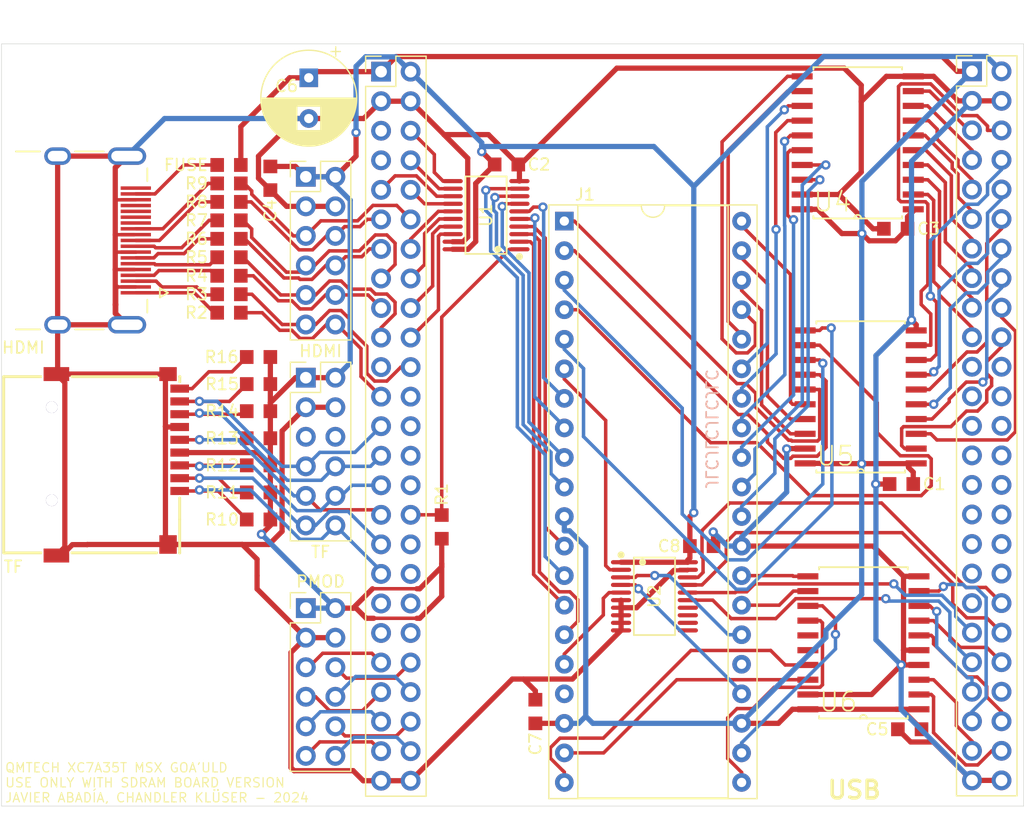
<source format=kicad_pcb>
(kicad_pcb (version 20240108) (generator "pcbnew") (generator_version "8.0")
  (title_block (title "MSX-IDE 2021") (date "2021-08-05") (company "MSXmakers"))
  (layers (0 "F.Cu" signal "Top") (31 "B.Cu" signal "Bottom") (34 "B.Paste" user) (35 "F.Paste" user) (36 "B.SilkS" user "B.Silkscreen") (37 "F.SilkS" user "F.Silkscreen") (38 "B.Mask" user) (39 "F.Mask" user) (44 "Edge.Cuts" user))
  (net 0 "")
  (net 1 "VCC_3V3")
  (net 2 "GND")
  (net 3 "VCC_5V")
  (net 4 "NMI")
  (net 5 "BUSRQ")
  (net 6 "A15_33")
  (net 7 "A0")
  (net 8 "A14_33")
  (net 9 "A13_33")
  (net 10 "A12_33")
  (net 11 "MERQ")
  (net 12 "IORQ")
  (net 13 "RD")
  (net 14 "WR")
  (net 15 "RESET")
  (net 16 "CLOCK")
  (net 17 "D0")
  (net 18 "D1")
  (net 19 "D2")
  (net 20 "D3")
  (net 21 "D4")
  (net 22 "D5")
  (net 23 "D6")
  (net 24 "D7")
  (net 25 "A1")
  (net 26 "A2")
  (net 27 "A3")
  (net 28 "A4")
  (net 29 "A5")
  (net 30 "A6")
  (net 31 "A7")
  (net 32 "A9")
  (net 33 "A15")
  (net 34 "A11")
  (net 35 "A10")
  (net 36 "A12")
  (net 37 "A8")
  (net 38 "A14")
  (net 39 "A13")
  (net 40 "DATADIR_33")
  (net 41 "M1")
  (net 42 "RFSH")
  (net 43 "A11_33")
  (net 44 "A10_33")
  (net 45 "A9_33")
  (net 46 "A8_33")
  (net 47 "WAIT")
  (net 48 "INT")
  (net 49 "WAIT_33")
  (net 50 "INT_33")
  (net 51 "A0_33")
  (net 52 "A1_33")
  (net 53 "RFSH_33")
  (net 54 "M1_33")
  (net 55 "A2_33")
  (net 56 "A3_33")
  (net 57 "A4_33")
  (net 58 "CLOCK_33")
  (net 59 "RESET_33")
  (net 60 "WR_33")
  (net 61 "RD_33")
  (net 62 "IORQ_33")
  (net 63 "MERQ_33")
  (net 64 "A5_33")
  (net 65 "D7_33")
  (net 66 "D6_33")
  (net 67 "D5_33")
  (net 68 "D4_33")
  (net 69 "D3_33")
  (net 70 "D2_33")
  (net 71 "D1_33")
  (net 72 "D0_33")
  (net 73 "A6_33")
  (net 74 "A7_33")
  (net 75 "SD_D3")
  (net 76 "SD_D2")
  (net 77 "SD_D1")
  (net 78 "SD_D0")
  (net 79 "SD_CMD")
  (net 80 "SD_CLK")
  (net 81 "DV_CLKP")
  (net 82 "DV_CLKN")
  (net 83 "DV_D2N")
  (net 84 "DV_D2P")
  (net 85 "DV_D1N")
  (net 86 "DV_D1P")
  (net 87 "DV_D0N")
  (net 88 "DV_D0P")
  (net 89 "PM_D7")
  (net 90 "PM_D6")
  (net 91 "PM_D5")
  (net 92 "PM_D4")
  (net 93 "PM_D3")
  (net 94 "PM_D2")
  (net 95 "PM_D1")
  (net 96 "PM_D0")
  (net 103 "Net-(TF1-CD)")
  (net 104 "Net-(J2-Pad3)")
  (net 105 "Net-(J2-Pad4)")
  (net 106 "Net-(J2-Pad6)")
  (net 107 "Net-(J2-Pad7)")
  (net 108 "Net-(J2-Pad9)")
  (net 109 "Net-(J2-Pad10)")
  (net 110 "Net-(J2-Pad12)")
  (net 111 "Net-(J2-Pad1)")
  (net 112 "Net-(FUSE1-Pad2)")
  (footprint "LIB:SMD_RES_1" (layer "F.Cu") (at 112.522 99.7585 180)
    (property "Reference" "R3")
    (property "Value" "270R")
  )
  (footprint "LIB:SMD_RES_1" (layer "F.Cu") (at 112.522 96.5835 180)
    (property "Reference" "R5")
    (property "Value" "270R")
  )
  (footprint "LIB:SMD_RES_1" (layer "F.Cu") (at 115.062 109.8127)
    (property "Reference" "R14")
    (property "Value" "4.7k")
  )
  (footprint "LIB:SMD_RES_1" (layer "F.Cu") (at 112.522 88.646 180)
    (property "Reference" "FUSE")
    (property "Value" "FUSE")
  )
  (footprint "LIB:SMD_RES_1" (layer "F.Cu") (at 153.162 121.412 180)
    (property "Reference" "C8")
    (property "Value" "0.1uF")
  )
  (footprint "LIB:SMD_RES_1" (layer "F.Cu") (at 169.8392 94.1308 180)
    (property "Reference" "C3")
    (property "Value" "100n")
  )
  (footprint "LIB:SOIC127P1032X265-20N" (layer "F.Cu") (at 166.8272 108.585 180)
    (property "Reference" "U5")
    (property "Value" "74LS245")
  )
  (footprint "LIB:DIP-40_W15.24mm_Socket" (layer "F.Cu") (at 141.351 93.472)
    (property "Reference" "J1")
    (property "Value" "Z80CPU")
  )
  (footprint "LIB:SMD_RES_1" (layer "F.Cu") (at 138.8618 135.636 90)
    (property "Reference" "C7")
    (property "Value" "100n")
  )
  (footprint "LIB:SMD_RES_1" (layer "F.Cu") (at 170.3324 116.078 180)
    (property "Reference" "C1")
    (property "Value" "100n")
  )
  (footprint "LIB:SMD_RES_1" (layer "F.Cu") (at 112.522 90.2335 180)
    (property "Reference" "R9")
    (property "Value" "270R")
  )
  (footprint "LIB:SMD_RES_1" (layer "F.Cu") (at 115.062 112.141)
    (property "Reference" "R13")
    (property "Value" "4.7k")
  )
  (footprint "LIB:SMD_RES_1" (layer "F.Cu") (at 130.81 119.761 90)
    (property "Reference" "R1")
    (property "Value" "10k")
  )
  (footprint "LIB:SMD_RES_1" (layer "F.Cu") (at 115.062 114.4693)
    (property "Reference" "R12")
    (property "Value" "4.7k")
  )
  (footprint "LIB:SMD_RES_1" (layer "F.Cu") (at 115.062 105.156 180)
    (property "Reference" "R16")
    (property "Value" "4.7k")
  )
  (footprint "LIB:HDMI" (layer "F.Cu") (at 94.2 95.134 -90)
    (property "Reference" "HDMI")
    (property "Value" "2086581051")
  )
  (footprint "LIB:TF-SMD_TF-012" (layer "F.Cu") (at 102.982 114.424 -90)
    (property "Reference" "TF")
    (property "Value" "TF-CARD H1.8 SY")
  )
  (footprint "LIB:CP_Radial_D8.0mm_P3.50mm" (layer "F.Cu") (at 119.38 81.1513 -90)
    (property "Reference" "C6")
    (property "Value" "100u" (hide yes))
  )
  (footprint "LIB:SMD_RES_1" (layer "F.Cu") (at 115.062 116.7977)
    (property "Reference" "R11")
    (property "Value" "4.7k")
  )
  (footprint "LIB:SMD_RES_1" (layer "F.Cu") (at 116.078 89.789 -90)
    (property "Reference" "C4")
    (property "Value" "100n")
  )
  (footprint "LIB:TSSOP-20" (layer "F.Cu") (at 134.62 92.964 90)
    (property "Reference" "U1")
    (property "Value" "SN74LVC245AN")
  )
  (footprint "LIB:SMD_RES_1" (layer "F.Cu") (at 171.0436 137.16 180)
    (property "Reference" "C5")
    (property "Value" "100n")
  )
  (footprint "LIB:SOIC127P1032X265-20N" (layer "F.Cu") (at 167.066 129.726 180)
    (property "Reference" "U6")
    (property "Value" "74LS245")
  )
  (footprint "LIB:PMOD" (layer "F.Cu") (at 119.126 89.662)
    (property "Reference" "HDMI")
    (property "Value" "PMOD_DVI")
  )
  (footprint "LIB:SMD_RES_1" (layer "F.Cu") (at 115.062 119.126)
    (property "Reference" "R10")
    (property "Value" "4.7k")
  )
  (footprint "LIB:SOIC127P1032X265-20N" (layer "F.Cu") (at 166.5732 86.741 180)
    (property "Reference" "U4")
    (property "Value" "74LS245")
  )
  (footprint "LIB:PMOD" (layer "F.Cu") (at 119.126 106.934)
    (property "Reference" "TF")
    (property "Value" "PMOD_TF")
  )
  (footprint "LIB:SMD_RES_1" (layer "F.Cu") (at 112.522 98.171 180)
    (property "Reference" "R4")
    (property "Value" "270R")
  )
  (footprint "LIB:TSSOP-20" (layer "F.Cu") (at 149.098 125.73 -90)
    (property "Reference" "U2")
    (property "Value" "SN74LVC245AN")
  )
  (footprint "LIB:QMTECH_XC7A15T_35T" (layer "F.Cu") (at 125.5975 80.624)
    (property "Reference" "U3" (hide yes))
    (property "Value" "QMTECH_XC7A15T_35T")
  )
  (footprint "LIB:SMD_RES_1" (layer "F.Cu") (at 115.062 107.4843)
    (property "Reference" "R15")
    (property "Value" "4.7k")
  )
  (footprint "LIB:SMD_RES_1" (layer "F.Cu") (at 136.377 88.603)
    (property "Reference" "C2")
    (property "Value" "100n")
  )
  (footprint "LIB:SMD_RES_1" (layer "F.Cu") (at 112.522 101.346 180)
    (property "Reference" "R2")
    (property "Value" "270R")
  )
  (footprint "LIB:SMD_RES_1" (layer "F.Cu") (at 112.522 91.821 180)
    (property "Reference" "R8")
    (property "Value" "270R")
  )
  (footprint "LIB:SMD_RES_1" (layer "F.Cu") (at 112.522 94.996 180)
    (property "Reference" "R6")
    (property "Value" "270R")
  )
  (footprint "LIB:PMOD" (layer "F.Cu") (at 119.126 126.746)
    (property "Reference" "PMOD")
    (property "Value" "PMOD")
  )
  (footprint "LIB:SMD_RES_1" (layer "F.Cu") (at 112.522 93.4085 180)
    (property "Reference" "R7")
    (property "Value" "270R")
  )
  (gr_rect (start 92.964 78.232) (end 180.848 143.764) (stroke (width 0.05)) (fill none) (layer "Edge.Cuts"))
  (gr_text "JLCJLCJLCJLC" (at 153.416 116.586 270) (layer "B.SilkS") (effects (font (size 1 1)) (justify left bottom mirror)))
  (gr_text "QMTECH XC7A35T MSX GOA'ULD\nUSE ONLY WITH SDRAM BOARD VERSION\nJAVIER ABADÍA, CHANDLER KLÜSER - 2024" (at 93.218 143.51 0) (layer "F.SilkS") (effects (font (size 0.8 0.8) (thickness 0.1)) (justify left bottom)))
  (gr_text "USB" (at 163.83 143.256 0) (layer "F.SilkS") (effects (font (size 1.5 1.5) (thickness 0.3) (bold yes)) (justify left bottom)))
  (segment (start 116.078 105.156) (end 116.078 107.4843) (width 0.45) (layer "F.Cu") (net 1))
  (segment (start 133.731 95.233) (end 133.731 90.233) (width 0.45) (layer "F.Cu") (net 1))
  (segment (start 123.444 126.746) (end 123.19 126.746) (width 0.45) (layer "F.Cu") (net 1))
  (segment (start 128.921 125.079) (end 128.666 125.079) (width 0.45) (layer "F.Cu") (net 1))
  (segment (start 151.968 122.6127) (end 151.968 122.8) (width 0.45) (layer "F.Cu") (net 1))
  (segment (start 130.81 122.935) (end 130.81 123.19) (width 0.45) (layer "F.Cu") (net 1))
  (segment (start 128.921 127.619) (end 130.81 125.73) (width 0.45) (layer "F.Cu") (net 1))
  (segment (start 124.968 127.619) (end 124.317 127.619) (width 0.45) (layer "F.Cu") (net 1))
  (segment (start 152.146 118.8684) (end 152.146 121.412) (width 0.45) (layer "F.Cu") (net 1))
  (segment (start 118.237 88.773) (end 119.126 89.662) (width 0.45) (layer "F.Cu") (net 1))
  (segment (start 119.126 106.934) (end 118.237 106.934) (width 0.45) (layer "F.Cu") (net 1))
  (segment (start 121.666 89.662) (end 123.444 87.884) (width 0.45) (layer "F.Cu") (net 1))
  (segment (start 118.237 106.934) (end 116.078 109.093) (width 0.45) (layer "F.Cu") (net 1))
  (segment (start 152.146 121.412) (end 152.146 122.4347) (width 0.45) (layer "F.Cu") (net 1))
  (segment (start 124.968 127.619) (end 128.666 127.619) (width 0.3) (layer "F.Cu") (net 1))
  (segment (start 133.07 95.894) (end 133.731 95.233) (width 0.45) (layer "F.Cu") (net 1))
  (segment (start 116.078 119.634) (end 115.316 120.396) (width 0.45) (layer "F.Cu") (net 1))
  (segment (start 124.317 127.619) (end 123.444 126.746) (width 0.45) (layer "F.Cu") (net 1))
  (segment (start 108.282 113.374) (end 114.983 113.374) (width 0.45) (layer "F.Cu") (net 1))
  (segment (start 116.078 88.773) (end 118.237 88.773) (width 0.45) (layer "F.Cu") (net 1))
  (segment (start 130.81 123.19) (end 128.921 125.079) (width 0.45) (layer "F.Cu") (net 1))
  (segment (start 116.078 116.7977) (end 116.078 119.126) (width 0.45) (layer "F.Cu") (net 1))
  (segment (start 116.078 107.4843) (end 116.078 109.093) (width 0.45) (layer "F.Cu") (net 1))
  (segment (start 152.146 122.4347) (end 151.968 122.6127) (width 0.45) (layer "F.Cu") (net 1))
  (segment (start 133.731 90.233) (end 135.361 88.603) (width 0.45) (layer "F.Cu") (net 1))
  (segment (start 128.666 127.619) (end 128.921 127.619) (width 0.45) (layer "F.Cu") (net 1))
  (segment (start 152.4807 118.5337) (end 152.146 118.8684) (width 0.45) (layer "F.Cu") (net 1))
  (segment (start 116.078 114.4693) (end 116.078 116.7977) (width 0.45) (layer "F.Cu") (net 1))
  (segment (start 114.983 113.374) (end 116.078 114.469) (width 0.45) (layer "F.Cu") (net 1))
  (segment (start 146.228 122.8) (end 147.5247 122.8) (width 0.45) (layer "F.Cu") (net 1))
  (segment (start 123.444 87.884) (end 123.444 85.852) (width 0.45) (layer "F.Cu") (net 1))
  (segment (start 124.857 125.079) (end 123.19 126.746) (width 0.45) (layer "F.Cu") (net 1))
  (segment (start 116.078 114.469) (end 116.078 114.4693) (width 0.45) (layer "F.Cu") (net 1))
  (segment (start 116.078 109.093) (end 116.078 109.8127) (width 0.45) (layer "F.Cu") (net 1))
  (segment (start 151.968 122.8) (end 147.5247 122.8) (width 0.45) (layer "F.Cu") (net 1))
  (segment (start 119.126 89.662) (end 121.666 89.662) (width 0.45) (layer "F.Cu") (net 1))
  (segment (start 116.078 109.8127) (end 116.078 112.141) (width 0.45) (layer "F.Cu") (net 1))
  (segment (start 123.19 126.746) (end 121.666 126.746) (width 0.45) (layer "F.Cu") (net 1))
  (segment (start 121.666 106.934) (end 119.126 106.934) (width 0.45) (layer "F.Cu") (net 1))
  (segment (start 128.666 125.079) (end 124.857 125.079) (width 0.3) (layer "F.Cu") (net 1))
  (segment (start 131.75 95.894) (end 133.07 95.894) (width 0.45) (layer "F.Cu") (net 1))
  (segment (start 116.078 112.141) (end 116.078 114.469) (width 0.45) (layer "F.Cu") (net 1))
  (segment (start 130.81 125.73) (end 130.81 122.935) (width 0.45) (layer "F.Cu") (net 1))
  (segment (start 134.25 87.492) (end 135.361 88.603) (width 0.45) (layer "F.Cu") (net 1))
  (segment (start 116.078 119.126) (end 116.078 119.634) (width 0.45) (layer "F.Cu") (net 1))
  (segment (start 130.81 120.777) (end 130.81 122.935) (width 0.45) (layer "F.Cu") (net 1))
  (via (at 123.444 85.852) (size 0.8) (drill 0.4) (layers "F.Cu" "B.Cu") (net 1))
  (via (at 152.4807 118.5337) (size 0.8) (drill 0.4) (layers "F.Cu" "B.Cu") (net 1))
  (via (at 115.316 120.396) (size 0.8) (drill 0.4) (layers "F.Cu" "B.Cu") (net 1))
  (via (at 134.25 87.492) (size 0.8) (drill 0.4) (layers "F.Cu" "B.Cu") (net 1))
  (segment (start 126.862 79.349) (end 127.5 79.9865) (width 0.45) (layer "B.Cu") (net 1))
  (segment (start 134.25 87.0565) (end 134.25 87.492) (width 0.45) (layer "B.Cu") (net 1))
  (segment (start 134.25 87.0565) (end 149.0497 87.0565) (width 0.45) (layer "B.Cu") (net 1))
  (segment (start 127.5 79.9865) (end 128.138 80.624) (width 0.45) (layer "B.Cu") (net 1))
  (segment (start 123.444 85.852) (end 123.444 85.789) (width 0.45) (layer "B.Cu") (net 1))
  (segment (start 152.4807 90.4875) (end 163.6509 79.3173) (width 0.45) (layer "B.Cu") (net 1))
  (segment (start 121.666 126.746) (end 119.126 126.746) (width 0.45) (layer "B.Cu") (net 1))
  (segment (start 152.4807 118.5337) (end 152.4807 90.4875) (width 0.45) (layer "B.Cu") (net 1))
  (segment (start 123.444 80.1702) (end 124.265 79.349) (width 0.45) (layer "B.Cu") (net 1))
  (segment (start 127.5 79.9865) (end 128.1375 80.624) (width 0.45) (layer "B.Cu") (net 1))
  (segment (start 177.6608 79.3173) (end 178.9375 80.594) (width 0.45) (layer "B.Cu") (net 1))
  (segment (start 120.929 89.662) (end 122.941 91.6739) (width 0.45) (layer "B.Cu") (net 1))
  (segment (start 124.265 79.349) (end 126.862 79.349) (width 0.45) (layer "B.Cu") (net 1))
  (segment (start 123.444 85.852) (end 123.444 85.789) (width 0.45) (layer "B.Cu") (net 1))
  (segment (start 122.941 105.659) (end 121.666 106.934) (width 0.45) (layer "B.Cu") (net 1))
  (segment (start 123.444 85.789) (end 123.444 80.1702) (width 0.45) (layer "B.Cu") (net 1))
  (segment (start 134.25 86.7365) (end 134.25 87.0565) (width 0.45) (layer "B.Cu") (net 1))
  (segment (start 128.138 80.624) (end 134.25 86.7365) (width 0.45) (layer "B.Cu") (net 1))
  (segment (start 149.0497 87.0565) (end 152.4807 90.4875) (width 0.45) (layer "B.Cu") (net 1))
  (segment (start 119.126 89.662) (end 120.929 89.662) (width 0.45) (layer "B.Cu") (net 1))
  (segment (start 115.316 120.396) (end 121.666 126.746) (width 0.45) (layer "B.Cu") (net 1))
  (segment (start 122.941 91.6739) (end 122.941 105.659) (width 0.45) (layer "B.Cu") (net 1))
  (segment (start 163.6509 79.3173) (end 177.6608 79.3173) (width 0.45) (layer "B.Cu") (net 1))
  (segment (start 125.598 83.164) (end 128.1375 83.164) (width 0.45) (layer "F.Cu") (net 2))
  (segment (start 136.88 132.842) (end 128.138 141.584) (width 0.45) (layer "F.Cu") (net 2))
  (segment (start 171.8412 130.361) (end 170.5143 130.361) (width 0.45) (layer "F.Cu") (net 2))
  (segment (start 107.057 111.125) (end 107.057 121.049) (width 0.45) (layer "F.Cu") (net 2))
  (segment (start 167.8975 94.1324) (end 164.9511 91.186) (width 0.45) (layer "F.Cu") (net 2))
  (segment (start 162.2908 134.171) (end 167.7697 134.171) (width 0.45) (layer "F.Cu") (net 2))
  (segment (start 100.341 121.274) (end 107.282 121.274) (width 0.45) (layer "F.Cu") (net 2))
  (segment (start 133.045 88.0715) (end 131.0085 86.0348) (width 0.45) (layer "F.Cu") (net 2))
  (segment (start 133.045 94.8446) (end 133.045 88.0715) (width 0.45) (layer "F.Cu") (net 2))
  (segment (start 115.96 121.274) (end 113.665 121.274) (width 0.45) (layer "F.Cu") (net 2))
  (segment (start 134.825 86.0348) (end 137.393 88.603) (width 0.45) (layer "F.Cu") (net 2))
  (segment (start 102.743 94.6404) (end 102.743 88.849) (width 0.45) (layer "F.Cu") (net 2))
  (segment (start 170.5128 130.3595) (end 170.5143 130.361) (width 0.45) (layer "F.Cu") (net 2))
  (segment (start 165.4108 80.3208) (end 166.878 81.788) (width 0.45) (layer "F.Cu") (net 2))
  (segment (start 171.6024 102.87) (end 171.6024 102.3798) (width 0.45) (layer "F.Cu") (net 2))
  (segment (start 154.178 120.2257) (end 154.1517 120.1994) (width 0.45) (layer "F.Cu") (net 2))
  (segment (start 151.968 123.45) (end 151.9232 123.4948) (width 0.3598) (layer "F.Cu") (net 2))
  (segment (start 154.178 121.412) (end 154.178 120.3893) (width 0.45) (layer "F.Cu") (net 2))
  (segment (start 124.11 84.6513) (end 125.5977 83.1642) (width 0.45) (layer "F.Cu") (net 2))
  (segment (start 166.878 81.788) (end 166.878 83.1886) (width 0.45) (layer "F.Cu") (net 2))
  (segment (start 171.1198 138.2522) (end 173.079728 138.2522) (width 0.45) (layer "F.Cu") (net 2))
  (segment (start 169.3164 116.078) (end 168.3062 116.078) (width 0.45) (layer "F.Cu") (net 2))
  (segment (start 97.79 106.516) (end 97.682 106.624) (width 0.45) (layer "F.Cu") (net 2))
  (segment (start 171.8412 131.631) (end 170.5128 131.631) (width 0.45) (layer "F.Cu") (net 2))
  (segment (start 97.682 106.624) (end 107.282 106.624) (width 0.45) (layer "F.Cu") (net 2))
  (segment (start 97.79 102.384) (end 103.75 102.384) (width 0.45) (layer "F.Cu") (net 2))
  (segment (start 97.682 122.224) (end 98.121 122.224) (width 0.45) (layer "F.Cu") (net 2))
  (segment (start 102.7833 99.2207) (end 102.87 99.134) (width 0.45) (layer "F.Cu") (net 2))
  (segment (start 146.228 126.71) (end 147.5599 126.71) (width 0.45) (layer "F.Cu") (net 2))
  (segment (start 114.935 122.544) (end 113.665 121.274) (width 0.45) (layer "F.Cu") (net 2))
  (segment (start 125.5975 83.164) (end 125.5977 83.1642) (width 0.45) (layer "F.Cu") (net 2))
  (segment (start 97.682 106.624) (end 98.407 107.349) (width 0.45) (layer "F.Cu") (net 2))
  (segment (start 102.785 88.849) (end 103.75 87.884) (width 0.45) (layer "F.Cu") (net 2))
  (segment (start 102.785 101.419) (end 102.7833 101.4173) (width 0.45) (layer "F.Cu") (net 2))
  (segment (start 151.9232 123.4948) (end 150.7751 123.4948) (width 0.3598) (layer "F.Cu") (net 2))
  (segment (start 123.19 140.716) (end 124.058 141.584) (width 0.45) (layer "F.Cu") (net 2))
  (segment (start 117.851 140.457) (end 118.115 140.721) (width 0.45) (layer "F.Cu") (net 2))
  (segment (start 102.743 100.651) (end 102.743 97.6376) (width 0.45) (layer "F.Cu") (net 2))
  (segment (start 175.1208 83.134) (end 175.1208 83.0458) (width 0.45) (layer "F.Cu") (net 2))
  (segment (start 107.282 106.624) (end 107.057 106.849) (width 0.45) (layer "F.Cu") (net 2))
  (segment (start 102.7833 100.651) (end 102.7833 99.2207) (width 0.45) (layer "F.Cu") (net 2))
  (segment (start 137.49 88.7) (end 137.393 88.603) (width 0.45) (layer "F.Cu") (net 2))
  (segment (start 97.79 102.384) (end 97.79 106.516) (width 0.45) (layer "F.Cu") (net 2))
  (segment (start 176.3975 83.134) (end 178.9375 83.134) (width 0.45) (layer "F.Cu") (net 2))
  (segment (start 164.9511 91.186) (end 166.878 89.2591) (width 0.45) (layer "F.Cu") (net 2))
  (segment (start 104.51 91.6432) (end 102.87 91.6432) (width 0.3) (layer "F.Cu") (net 2))
  (segment (start 114.935 125.095) (end 114.935 123.952) (width 0.45) (layer "F.Cu") (net 2))
  (segment (start 128.138 83.164) (end 131.0085 86.0348) (width 0.45) (layer "F.Cu") (net 2))
  (segment (start 97.79 102.384) (end 97.79 87.884) (width 0.45) (layer "F.Cu") (net 2))
  (segment (start 99.06 121.285) (end 100.33 121.285) (width 0.45) (layer "F.Cu") (net 2))
  (segment (start 133.045 88.0715) (end 131.008 86.0348) (width 0.45) (layer "F.Cu") (net 2))
  (segment (start 138.8618 133.858) (end 137.8458 132.842) (width 0.45) (layer "F.Cu") (net 2))
  (segment (start 119.126 109.474) (end 117.086 111.514) (width 0.45) (layer "F.Cu") (net 2))
  (segment (start 138.8618 134.62) (end 138.8618 133.858) (width 0.45) (layer "F.Cu") (net 2))
  (segment (start 104.51 99.134) (end 102.87 99.134) (width 0.3) (layer "F.Cu") (net 2))
  (segment (start 173.079728 138.2522) (end 176.381528 141.554) (width 0.45) (layer "F.Cu") (net 2))
  (segment (start 119.126 129.286) (end 117.851 130.561) (width 0.45) (layer "F.Cu") (net 2))
  (segment (start 107.057 121.049) (end 107.282 121.274) (width 0.45) (layer "F.Cu") (net 2))
  (segment (start 102.743 100.651) (end 102.7833 100.651) (width 0.45) (layer "F.Cu") (net 2))
  (segment (start 98.121 122.224) (end 99.06 121.285) (width 0.45) (layer "F.Cu") (net 2))
  (segment (start 164.9511 91.186) (end 163.1264 91.186) (width 0.45) (layer "F.Cu") (net 2))
  (segment (start 102.743 97.6376) (end 102.743 94.6404) (width 0.45) (layer "F.Cu") (net 2))
  (segment (start 102.768 97.6376) (end 102.743 97.6376) (width 0.45) (layer "F.Cu") (net 2))
  (segment (start 137.49 88.7) (end 145.8692 80.3208) (width 0.45) (layer "F.Cu") (net 2))
  (segment (start 119.126 129.286) (end 114.935 125.095) (width 0.45) (layer "F.Cu") (net 2))
  (segment (start 117.086 120.147) (end 115.96 121.274) (width 0.45) (layer "F.Cu") (net 2))
  (segment (start 108.282 111.174) (end 107.106 111.174) (width 0.45) (layer "F.Cu") (net 2))
  (segment (start 173.101 81.026) (end 171.3484 81.026) (width 0.45) (layer "F.Cu") (net 2))
  (segment (start 125.5977 83.1642) (end 125.598 83.164) (width 0.45) (layer "F.Cu") (net 2))
  (segment (start 146.228 128.01) (end 146.228 128.66) (width 0.45) (layer "F.Cu") (net 2))
  (segment (start 175.1208 83.0458) (end 173.101 81.026) (width 0.45) (layer "F.Cu") (net 2))
  (segment (start 146.228 128.66) (end 142.046 132.842) (width 0.45) (layer "F.Cu") (net 2))
  (segment (start 171.8412 124.011) (end 170.5128 124.011) (width 0.45) (layer "F.Cu") (net 2))
  (segment (start 167.9138 121.412) (end 170.5128 124.011) (width 0.45) (layer "F.Cu") (net 2))
  (segment (start 167.7697 134.171) (end 170.3097 131.631) (width 0.45) (layer "F.Cu") (net 2))
  (segment (start 170.5128 131.631) (end 170.5128 130.361) (width 0.45) (layer "F.Cu") (net 2))
  (segment (start 157.8177 121.412) (end 167.9138 121.412) (width 0.45) (layer "F.Cu") (net 2))
  (segment (start 119.126 92.202) (end 117.475 92.202) (width 0.45) (layer "F.Cu") (net 2))
  (segment (start 170.5128 131.631) (end 170.3097 131.631) (width 0.45) (layer "F.Cu") (net 2))
  (segment (start 168.8232 94.1308) (end 168.2258 94.1308) (width 0.45) (layer "F.Cu") (net 2))
  (segment (start 160.4969 113.03) (end 160.4662 113.0607) (width 0.45) (layer "F.Cu") (net 2))
  (segment (start 115.057 89.784) (end 115.057 87.889) (width 0.45) (layer "F.Cu") (net 2))
  (segment (start 176.381528 141.554) (end 176.3975 141.554) (width 0.45) (layer "F.Cu") (net 2))
  (segment (start 178.9375 141.554) (end 176.3975 141.554) (width 0.45) (layer "F.Cu") (net 2))
  (segment (start 166.878 83.1886) (end 169.0406 81.026) (width 0.45) (layer "F.Cu") (net 2))
  (segment (start 145.8692 80.3208) (end 165.4108 80.3208) (width 0.45) (layer "F.Cu") (net 2))
  (segment (start 156.591 121.412) (end 157.8177 121.412) (width 0.45) (layer "F.Cu") (net 2))
  (segment (start 128.1375 83.164) (end 128.138 83.164) (width 0.45) (layer "F.Cu") (net 2))
  (segment (start 131.75 95.244) (end 132.646 95.244) (width 0.45) (layer "F.Cu") (net 2))
  (segment (start 98.407 121.499) (end 97.682 122.224) (width 0.45) (layer "F.Cu") (net 2))
  (segment (start 154.178 120.3893) (end 154.178 120.2257) (width 0.45) (layer "F.Cu") (net 2))
  (segment (start 115.057 87.889) (end 118.295 84.6513) (width 0.45) (layer "F.Cu") (net 2))
  (segment (start 119.38 84.6513) (end 124.11 84.6513) (width 0.45) (layer "F.Cu") (net 2))
  (segment (start 103.75 102.384) (end 102.785 101.419) (width 0.45) (layer "F.Cu") (net 2))
  (segment (start 124.058 141.584) (end 125.5975 141.584) (width 0.45) (layer "F.Cu") (net 2))
  (segment (start 162.052 113.03) (end 160.4969 113.03) (width 0.45) (layer "F.Cu") (net 2))
  (segment (start 176.3975 83.134) (end 175.1208 83.134) (width 0.45) (layer "F.Cu") (net 2))
  (segment (start 121.666 92.202) (end 119.126 92.202) (width 0.45) (layer "F.Cu") (net 2))
  (segment (start 146.228 126.06) (end 146.228 126.71) (width 0.45) (layer "F.Cu") (net 2))
  (segment (start 128.1375 141.584) (end 125.5975 141.584) (width 0.45) (layer "F.Cu") (net 2))
  (segment (start 104.535 96.139) (end 102.895 96.139) (width 0.3) (layer "F.Cu") (net 2))
  (segment (start 132.646 95.244) (end 133.045 94.8446) (width 0.45) (layer "F.Cu") (net 2))
  (segment (start 171.6024 102.3798) (end 171.1975 101.9749) (width 0.45) (layer "F.Cu") (net 2))
  (segment (start 114.935 123.952) (end 114.935 122.544) (width 0.45) (layer "F.Cu") (net 2))
  (segment (start 104.408 97.6376) (end 102.768 97.6376) (width 0.3) (layer "F.Cu") (net 2))
  (segment (start 169.0406 81.026) (end 171.3484 81.026) (width 0.45) (layer "F.Cu") (net 2))
  (segment (start 146.228 126.71) (end 146.228 127.36) (width 0.45) (layer "F.Cu") (net 2))
  (segment (start 168.3062 116.078) (end 168.1227 116.078) (width 0.45) (layer "F.Cu") (net 2))
  (segment (start 121.666 129.286) (end 119.126 129.286) (width 0.45) (layer "F.Cu") (net 2))
  (segment (start 131.008 86.0348) (end 131.0085 86.0348) (width 0.45) (layer "F.Cu") (net 2))
  (segment (start 118.295 84.6513) (end 119.38 84.6513) (width 0.45) (layer "F.Cu") (net 2))
  (segment (start 123.185 140.721) (end 123.19 140.716) (width 0.45) (layer "F.Cu") (net 2))
  (segment (start 102.7833 101.4173) (end 102.7833 100.651) (width 0.45) (layer "F.Cu") (net 2))
  (segment (start 142.046 132.842) (end 137.8458 132.842) (width 0.45) (layer "F.Cu") (net 2))
  (segment (start 170.5143 130.361) (end 170.5128 130.361) (width 0.45) (layer "F.Cu") (net 2))
  (segment (start 113.665 121.274) (end 107.282 121.274) (width 0.45) (layer "F.Cu") (net 2))
  (segment (start 170.5128 124.011) (end 170.5128 130.3595) (width 0.45) (layer "F.Cu") (net 2))
  (segment (start 98.407 107.349) (end 98.407 121.499) (width 0.45) (layer "F.Cu") (net 2))
  (segment (start 100.33 121.285) (end 100.341 121.274) (width 0.45) (layer "F.Cu") (net 2))
  (segment (start 107.057 106.849) (end 107.057 111.125) (width 0.45) (layer "F.Cu") (net 2))
  (segment (start 116.078 90.805) (end 115.057 89.784) (width 0.45) (layer "F.Cu") (net 2))
  (segment (start 102.743 101.419) (end 102.743 100.651) (width 0.45) (layer "F.Cu") (net 2))
  (segment (start 161.798 91.186) (end 163.1264 91.186) (width 0.45) (layer "F.Cu") (net 2))
  (segment (start 168.2242 94.1324) (end 167.8975 94.1324) (width 0.45) (layer "F.Cu") (net 2))
  (segment (start 117.475 92.202) (end 116.078 90.805) (width 0.45) (layer "F.Cu") (net 2))
  (segment (start 113.665 121.274) (end 107.282 121.274) (width 0.45) (layer "F.Cu") (net 2))
  (segment (start 118.115 140.721) (end 123.185 140.721) (width 0.45) (layer "F.Cu") (net 2))
  (segment (start 147.5599 126.71) (end 150.7751 123.4948) (width 0.45) (layer "F.Cu") (net 2))
  (segment (start 131.0085 86.0348) (end 134.825 86.0348) (width 0.45) (layer "F.Cu") (net 2))
  (segment (start 104.358 94.6404) (end 102.743 94.6404) (width 0.3) (layer "F.Cu") (net 2))
  (segment (start 102.743 94.6404) (end 102.718 94.6404) (width 0.3) (layer "F.Cu") (net 2))
  (segment (start 166.878 89.2591) (end 166.878 83.1886) (width 0.45) (layer "F.Cu") (net 2))
  (segment (start 128.138 141.584) (end 128.1375 141.584) (width 0.45) (layer "F.Cu") (net 2))
  (segment (start 168.2258 94.1308) (end 168.2242 94.1324) (width 0.45) (layer "F.Cu") (net 2))
  (segment (start 97.79 87.884) (end 103.75 87.884) (width 0.45) (layer "F.Cu") (net 2))
  (segment (start 170.0276 137.16) (end 171.1198 138.2522) (width 0.45) (layer "F.Cu") (net 2))
  (segment (start 137.49 90.034) (end 137.49 88.7) (width 0.45) (layer "F.Cu") (net 2))
  (segment (start 146.228 127.36) (end 146.228 128.01) (width 0.45) (layer "F.Cu") (net 2))
  (segment (start 137.8458 132.842) (end 136.88 132.842) (width 0.45) (layer "F.Cu") (net 2))
  (segment (start 107.106 111.174) (end 107.057 111.125) (width 0.45) (layer "F.Cu") (net 2))
  (segment (start 121.666 109.474) (end 119.126 109.474) (width 0.45) (layer "F.Cu") (net 2))
  (segment (start 117.086 111.514) (end 117.086 120.147) (width 0.45) (layer "F.Cu") (net 2))
  (segment (start 117.851 130.561) (end 117.851 140.457) (width 0.45) (layer "F.Cu") (net 2))
  (via (at 170.3097 131.631) (size 0.8) (drill 0.4) (layers "F.Cu" "B.Cu") (net 2))
  (via (at 160.4662 113.0607) (size 0.8) (drill 0.4) (layers "F.Cu" "B.Cu") (net 2))
  (via (at 168.1227 116.078) (size 0.8) (drill 0.4) (layers "F.Cu" "B.Cu") (net 2))
  (via (at 171.1975 101.9749) (size 0.8) (drill 0.4) (layers "F.Cu" "B.Cu") (net 2))
  (via (at 154.1517 120.1994) (size 0.8) (drill 0.4) (layers "F.Cu" "B.Cu") (net 2))
  (segment (start 176.3975 141.554) (end 170.3097 135.4662) (width 0.45) (layer "B.Cu") (net 2))
  (segment (start 168.1407 116.078) (end 168.1407 105.0317) (width 0.45) (layer "B.Cu") (net 2))
  (segment (start 106.983 84.6513) (end 103.75 87.884) (width 0.45) (layer "B.Cu") (net 2))
  (segment (start 156.591 120.6453) (end 160.4662 116.7701) (width 0.45) (layer "B.Cu") (net 2))
  (segment (start 168.1407 116.078) (end 168.1407 129.462) (width 0.45) (layer "B.Cu") (net 2))
  (segment (start 155.3643 121.412) (end 154.1517 120.1994) (width 0.45) (layer "B.Cu") (net 2))
  (segment (start 168.1407 129.462) (end 170.3097 131.631) (width 0.45) (layer "B.Cu") (net 2))
  (segment (start 171.1975 88.334) (end 176.3975 83.134) (width 0.45) (layer "B.Cu") (net 2))
  (segment (start 156.591 121.412) (end 156.591 120.6453) (width 0.45) (layer "B.Cu") (net 2))
  (segment (start 160.4662 116.7701) (end 160.4662 113.0607) (width 0.45) (layer "B.Cu") (net 2))
  (segment (start 170.3097 135.4662) (end 170.3097 131.631) (width 0.45) (layer "B.Cu") (net 2))
  (segment (start 168.1407 105.0317) (end 171.1975 101.9749) (width 0.45) (layer "B.Cu") (net 2))
  (segment (start 156.591 121.412) (end 155.3643 121.412) (width 0.45) (layer "B.Cu") (net 2))
  (segment (start 171.1975 101.9749) (end 171.1975 88.334) (width 0.45) (layer "B.Cu") (net 2))
  (segment (start 119.38 84.6513) (end 106.983 84.6513) (width 0.45) (layer "B.Cu") (net 2))
  (segment (start 168.1407 116.078) (end 168.1227 116.078) (width 0.45) (layer "B.Cu") (net 2))
  (segment (start 125.5978 80.624) (end 125.5975 80.624) (width 0.45) (layer "F.Cu") (net 3))
  (segment (start 162.2908 135.441) (end 169.9006 135.441) (width 0.45) (layer "F.Cu") (net 3))
  (segment (start 170.3406 135.441) (end 169.9006 135.441) (width 0.45) (layer "F.Cu") (net 3))
  (segment (start 126.8981 79.3237) (end 173.8505 79.3237) (width 0.45) (layer "F.Cu") (net 3))
  (segment (start 117.731 81.1513) (end 113.538 85.344) (width 0.45) (layer "F.Cu") (net 3))
  (segment (start 125.5978 80.624) (end 126.8981 79.3237) (width 0.45) (layer "F.Cu") (net 3))
  (segment (start 172.0596 137.16) (end 170.3406 135.441) (width 0.45) (layer "F.Cu") (net 3))
  (segment (start 170.9382 114.3253) (end 166.9158 114.3253) (width 0.45) (layer "F.Cu") (net 3))
  (segment (start 141.351 136.652) (end 138.8618 136.652) (width 0.45) (layer "F.Cu") (net 3))
  (segment (start 170.9382 114.3) (end 170.9382 114.3253) (width 0.45) (layer "F.Cu") (net 3))
  (segment (start 171.6024 114.3) (end 170.9382 114.3) (width 0.45) (layer "F.Cu") (net 3))
  (segment (start 170.9382 114.6451) (end 171.3484 115.0553) (width 0.45) (layer "F.Cu") (net 3))
  (segment (start 173.8505 79.3237) (end 175.1208 80.594) (width 0.45) (layer "F.Cu") (net 3))
  (segment (start 162.052 114.3) (end 163.3804 114.3) (width 0.45) (layer "F.Cu") (net 3))
  (segment (start 163.3804 114.3) (end 163.4057 114.3253) (width 0.45) (layer "F.Cu") (net 3))
  (segment (start 161.798 92.456) (end 163.1264 92.456) (width 0.45) (layer "F.Cu") (net 3))
  (segment (start 163.1264 92.456) (end 165.2117 94.5413) (width 0.45) (layer "F.Cu") (net 3))
  (segment (start 170.8552 93.1081) (end 171.3484 92.6149) (width 0.45) (layer "F.Cu") (net 3))
  (segment (start 119.907 80.624) (end 119.38 81.1513) (width 0.45) (layer "F.Cu") (net 3))
  (segment (start 170.8552 94.1308) (end 170.8552 93.1081) (width 0.45) (layer "F.Cu") (net 3))
  (segment (start 176.3975 80.594) (end 175.1208 80.594) (width 0.45) (layer "F.Cu") (net 3))
  (segment (start 167.5579 95.1642) (end 169.8218 95.1642) (width 0.45) (layer "F.Cu") (net 3))
  (segment (start 169.8218 95.1642) (end 170.8552 94.1308) (width 0.45) (layer "F.Cu") (net 3))
  (segment (start 166.935 94.5413) (end 167.5579 95.1642) (width 0.45) (layer "F.Cu") (net 3))
  (segment (start 165.2117 94.5413) (end 166.935 94.5413) (width 0.45) (layer "F.Cu") (net 3))
  (segment (start 125.5975 80.624) (end 119.907 80.624) (width 0.45) (layer "F.Cu") (net 3))
  (segment (start 171.3484 92.6149) (end 171.3484 92.456) (width 0.45) (layer "F.Cu") (net 3))
  (segment (start 170.9382 114.3253) (end 170.9382 114.6451) (width 0.45) (layer "F.Cu") (net 3))
  (segment (start 119.38 81.1513) (end 117.731 81.1513) (width 0.45) (layer "F.Cu") (net 3))
  (segment (start 125.598 80.624) (end 125.5978 80.624) (width 0.45) (layer "F.Cu") (net 3))
  (segment (start 169.9006 135.441) (end 171.8412 135.441) (width 0.45) (layer "F.Cu") (net 3))
  (segment (start 159.7514 136.652) (end 160.9624 135.441) (width 0.45) (layer "F.Cu") (net 3))
  (segment (start 163.4057 114.3253) (end 166.9158 114.3253) (width 0.45) (layer "F.Cu") (net 3))
  (segment (start 113.538 85.344) (end 113.538 88.646) (width 0.45) (layer "F.Cu") (net 3))
  (segment (start 171.3484 116.078) (end 171.3484 115.0553) (width 0.45) (layer "F.Cu") (net 3))
  (segment (start 162.2908 135.441) (end 160.9624 135.441) (width 0.45) (layer "F.Cu") (net 3))
  (segment (start 156.591 136.652) (end 159.7514 136.652) (width 0.45) (layer "F.Cu") (net 3))
  (via (at 166.935 94.5413) (size 0.8) (drill 0.4) (layers "F.Cu" "B.Cu") (net 3))
  (via (at 166.9158 114.3253) (size 0.8) (drill 0.4) (layers "F.Cu" "B.Cu") (net 3))
  (segment (start 156.591 136.652) (end 143.8045 136.652) (width 0.45) (layer "B.Cu") (net 3))
  (segment (start 166.935 90.0565) (end 166.935 94.5413) (width 0.45) (layer "B.Cu") (net 3))
  (segment (start 143.1911 136.0386) (end 142.5777 136.652) (width 0.45) (layer "B.Cu") (net 3))
  (segment (start 166.9158 125.579773) (end 166.9158 114.3253) (width 0.45) (layer "B.Cu") (net 3))
  (segment (start 141.351 118.872) (end 141.351 120.0987) (width 0.45) (layer "B.Cu") (net 3))
  (segment (start 143.1911 121.4878) (end 141.802 120.0987) (width 0.45) (layer "B.Cu") (net 3))
  (segment (start 163.8372 129.2788) (end 163.8372 128.658373) (width 0.45) (layer "B.Cu") (net 3))
  (segment (start 143.8045 136.652) (end 143.1911 136.0386) (width 0.45) (layer "B.Cu") (net 3))
  (segment (start 166.9158 94.5605) (end 166.9158 114.3253) (width 0.45) (layer "B.Cu") (net 3))
  (segment (start 166.935 94.5413) (end 166.9158 94.5605) (width 0.45) (layer "B.Cu") (net 3))
  (segment (start 143.1911 136.0386) (end 143.1911 121.4878) (width 0.45) (layer "B.Cu") (net 3))
  (segment (start 156.591 136.652) (end 156.591 136.525) (width 0.45) (layer "B.Cu") (net 3))
  (segment (start 141.802 120.0987) (end 141.351 120.0987) (width 0.45) (layer "B.Cu") (net 3))
  (segment (start 156.591 136.525) (end 163.8372 129.2788) (width 0.45) (layer "B.Cu") (net 3))
  (segment (start 141.351 136.652) (end 142.5777 136.652) (width 0.45) (layer "B.Cu") (net 3))
  (segment (start 163.8372 128.658373) (end 166.9158 125.579773) (width 0.45) (layer "B.Cu") (net 3))
  (segment (start 176.3975 80.594) (end 166.935 90.0565) (width 0.45) (layer "B.Cu") (net 3))
  (segment (start 171.6024 104.14) (end 172.8558 104.14) (width 0.3) (layer "F.Cu") (net 6))
  (segment (start 176.8393 84.404) (end 177.7358 85.3005) (width 0.3) (layer "F.Cu") (net 6))
  (segment (start 172.851227 81.6776) (end 175.577627 84.404) (width 0.3) (layer "F.Cu") (net 6))
  (segment (start 172.6018 92.0074) (end 172.3988 91.8044) (width 0.3) (layer "F.Cu") (net 6))
  (segment (start 175.577627 84.404) (end 176.8393 84.404) (width 0.3) (layer "F.Cu") (net 6))
  (segment (start 172.8558 104.14) (end 172.8558 101.4606) (width 0.3) (layer "F.Cu") (net 6))
  (segment (start 172.0295 100.6343) (end 172.0295 99.5039) (width 0.3) (layer "F.Cu") (net 6))
  (segment (start 170.301 81.6776) (end 172.851227 81.6776) (width 0.3) (layer "F.Cu") (net 6))
  (segment (start 177.7358 85.674) (end 178.9375 85.674) (width 0.3) (layer "F.Cu") (net 6))
  (segment (start 172.8558 101.4606) (end 172.0295 100.6343) (width 0.3) (layer "F.Cu") (net 6))
  (segment (start 177.7358 85.3005) (end 177.7358 85.674) (width 0.3) (layer "F.Cu") (net 6))
  (segment (start 170.0835 81.8951) (end 170.301 81.6776) (width 0.3) (layer "F.Cu") (net 6))
  (segment (start 172.0295 99.5039) (end 172.6018 98.9316) (width 0.3) (layer "F.Cu") (net 6))
  (segment (start 170.2884 91.8044) (end 170.0835 91.5995) (width 0.3) (layer "F.Cu") (net 6))
  (segment (start 170.0835 91.5995) (end 170.0835 81.8951) (width 0.3) (layer "F.Cu") (net 6))
  (segment (start 172.3988 91.8044) (end 170.2884 91.8044) (width 0.3) (layer "F.Cu") (net 6))
  (segment (start 172.6018 98.9316) (end 172.6018 92.0074) (width 0.3) (layer "F.Cu") (net 6))
  (segment (start 161.798 89.916) (end 163.0514 89.916) (width 0.3) (layer "F.Cu") (net 7))
  (segment (start 163.0514 89.916) (end 163.3203 89.916) (width 0.3) (layer "F.Cu") (net 7))
  (via (at 163.3203 89.916) (size 0.8) (drill 0.4) (layers "F.Cu" "B.Cu") (net 7))
  (segment (start 156.591 118.872) (end 156.591 118.0082) (width 0.3) (layer "B.Cu") (net 7))
  (segment (start 162.3098 90.9265) (end 163.3203 89.916) (width 0.3) (layer "B.Cu") (net 7))
  (segment (start 159.4506 115.1486) (end 159.4506 112.197) (width 0.3) (layer "B.Cu") (net 7))
  (segment (start 156.591 118.0082) (end 159.4506 115.1486) (width 0.3) (layer "B.Cu") (net 7))
  (segment (start 162.3098 109.3378) (end 162.3098 90.9265) (width 0.3) (layer "B.Cu") (net 7))
  (segment (start 159.4506 112.197) (end 162.3098 109.3378) (width 0.3) (layer "B.Cu") (net 7))
  (segment (start 171.6024 105.41) (end 172.8558 105.41) (width 0.3) (layer "F.Cu") (net 8))
  (segment (start 173.3575 104.9083) (end 173.3575 100.4527) (width 0.3) (layer "F.Cu") (net 8))
  (segment (start 172.8558 105.41) (end 173.3575 104.9083) (width 0.3) (layer "F.Cu") (net 8))
  (segment (start 173.3575 100.4527) (end 172.8226 99.9178) (width 0.3) (layer "F.Cu") (net 8))
  (via (at 172.8226 99.9178) (size 0.8) (drill 0.4) (layers "F.Cu" "B.Cu") (net 8))
  (segment (start 172.8226 95.1488) (end 172.8226 99.9178) (width 0.3) (layer "B.Cu") (net 8))
  (segment (start 178.9375 88.214) (end 178.9375 89.0401) (width 0.3) (layer "B.Cu") (net 8))
  (segment (start 178.9375 89.0401) (end 177.7358 90.2418) (width 0.3) (layer "B.Cu") (net 8))
  (segment (start 177.7358 90.2418) (end 177.7358 91.2) (width 0.3) (layer "B.Cu") (net 8))
  (segment (start 175.9474 92.024) (end 172.8226 95.1488) (width 0.3) (layer "B.Cu") (net 8))
  (segment (start 176.9118 92.024) (end 175.9474 92.024) (width 0.3) (layer "B.Cu") (net 8))
  (segment (start 177.7358 91.2) (end 176.9118 92.024) (width 0.3) (layer "B.Cu") (net 8))
  (segment (start 171.6024 106.68) (end 172.8558 106.68) (width 0.3) (layer "F.Cu") (net 9))
  (segment (start 172.8558 106.68) (end 173.1125 106.4233) (width 0.3) (layer "F.Cu") (net 9))
  (via (at 173.1125 106.4233) (size 0.8) (drill 0.4) (layers "F.Cu" "B.Cu") (net 9))
  (segment (start 175.9663 97.104) (end 173.5743 99.496) (width 0.3) (layer "B.Cu") (net 9))
  (segment (start 173.5743 105.9615) (end 173.1125 106.4233) (width 0.3) (layer "B.Cu") (net 9))
  (segment (start 177.7358 92.7818) (end 177.7358 96.2522) (width 0.3) (layer "B.Cu") (net 9))
  (segment (start 177.7358 96.2522) (end 176.884 97.104) (width 0.3) (layer "B.Cu") (net 9))
  (segment (start 178.9375 90.754) (end 178.9375 91.5801) (width 0.3) (layer "B.Cu") (net 9))
  (segment (start 173.5743 99.496) (end 173.5743 105.9615) (width 0.3) (layer "B.Cu") (net 9))
  (segment (start 176.884 97.104) (end 175.9663 97.104) (width 0.3) (layer "B.Cu") (net 9))
  (segment (start 178.9375 91.5801) (end 177.7358 92.7818) (width 0.3) (layer "B.Cu") (net 9))
  (segment (start 177.6675 103.8925) (end 177.6675 95.3922) (width 0.3) (layer "F.Cu") (net 10))
  (segment (start 172.744443 107.95) (end 175.970443 104.724) (width 0.3) (layer "F.Cu") (net 10))
  (segment (start 171.6024 107.95) (end 172.744443 107.95) (width 0.3) (layer "F.Cu") (net 10))
  (segment (start 175.970443 104.724) (end 176.836 104.724) (width 0.3) (layer "F.Cu") (net 10))
  (segment (start 176.836 104.724) (end 177.6675 103.8925) (width 0.3) (layer "F.Cu") (net 10))
  (segment (start 178.9375 94.1222) (end 178.9375 93.294) (width 0.3) (layer "F.Cu") (net 10))
  (segment (start 177.6675 95.3922) (end 178.9375 94.1222) (width 0.3) (layer "F.Cu") (net 10))
  (segment (start 141.351 139.192) (end 144.7292 139.192) (width 0.3) (layer "F.Cu") (net 11))
  (segment (start 151.0202 132.901) (end 162.2908 132.901) (width 0.3) (layer "F.Cu") (net 11))
  (segment (start 144.7292 139.192) (end 151.0202 132.901) (width 0.3) (layer "F.Cu") (net 11))
  (segment (start 141.2182 140.716) (end 140.1512 139.649) (width 0.3) (layer "F.Cu") (net 12))
  (segment (start 140.1512 139.649) (end 140.1512 138.7451) (width 0.3) (layer "F.Cu") (net 12))
  (segment (start 140.1512 138.7451) (end 140.9743 137.922) (width 0.3) (layer "F.Cu") (net 12))
  (segment (start 141.224 140.716) (end 141.2182 140.716) (width 0.3) (layer "F.Cu") (net 12))
  (segment (start 160.3356 131.631) (end 162.2908 131.631) (width 0.3) (layer "F.Cu") (net 12))
  (segment (start 144.7038 137.922) (end 152.2405 130.3853) (width 0.3) (layer "F.Cu") (net 12))
  (segment (start 141.351 140.843) (end 141.224 140.716) (width 0.3) (layer "F.Cu") (net 12))
  (segment (start 141.351 141.732) (end 141.351 140.843) (width 0.3) (layer "F.Cu") (net 12))
  (segment (start 140.9743 137.922) (end 144.7038 137.922) (width 0.3) (layer "F.Cu") (net 12))
  (segment (start 152.2405 130.3853) (end 159.0899 130.3853) (width 0.3) (layer "F.Cu") (net 12))
  (segment (start 159.0899 130.3853) (end 160.3356 131.631) (width 0.3) (layer "F.Cu") (net 12))
  (segment (start 163.3492 127.821) (end 163.5442 128.016) (width 0.3) (layer "F.Cu") (net 13))
  (segment (start 163.5442 133.3366) (end 163.5442 128.016) (width 0.3) (layer "F.Cu") (net 13))
  (segment (start 155.3927 136.1859) (end 156.1966 135.382) (width 0.3) (layer "F.Cu") (net 13))
  (segment (start 159.3916 133.5526) (end 163.3282 133.5526) (width 0.3) (layer "F.Cu") (net 13))
  (segment (start 162.2908 127.821) (end 163.3492 127.821) (width 0.3) (layer "F.Cu") (net 13))
  (segment (start 156.591 141.732) (end 156.591 140.8682) (width 0.3) (layer "F.Cu") (net 13))
  (segment (start 155.3927 139.6699) (end 155.3927 136.1859) (width 0.3) (layer "F.Cu") (net 13))
  (segment (start 163.3282 133.5526) (end 163.5442 133.3366) (width 0.3) (layer "F.Cu") (net 13))
  (segment (start 163.322 127.821) (end 162.2908 127.821) (width 0.3) (layer "F.Cu") (net 13))
  (segment (start 156.1966 135.382) (end 157.5622 135.382) (width 0.3) (layer "F.Cu") (net 13))
  (segment (start 157.5622 135.382) (end 159.3916 133.5526) (width 0.3) (layer "F.Cu") (net 13))
  (segment (start 156.591 140.8682) (end 155.3927 139.6699) (width 0.3) (layer "F.Cu") (net 13))
  (segment (start 162.2908 126.551) (end 163.5442 126.551) (width 0.3) (layer "F.Cu") (net 14))
  (segment (start 164.6622 127.669) (end 164.6622 129.0001) (width 0.3) (layer "F.Cu") (net 14))
  (segment (start 163.5442 126.551) (end 164.6622 127.669) (width 0.3) (layer "F.Cu") (net 14))
  (via (at 164.6622 129.0001) (size 0.8) (drill 0.4) (layers "F.Cu" "B.Cu") (net 14))
  (segment (start 156.591 138.3282) (end 164.6622 130.257) (width 0.3) (layer "B.Cu") (net 14))
  (segment (start 156.591 139.192) (end 156.591 138.3282) (width 0.3) (layer "B.Cu") (net 14))
  (segment (start 164.6622 130.257) (end 164.6622 129.0001) (width 0.3) (layer "B.Cu") (net 14))
  (segment (start 146.228 124.1) (end 147.4497 124.1) (width 0.3) (layer "F.Cu") (net 15))
  (segment (start 149.1245 123.9432) (end 147.6065 123.9432) (width 0.3) (layer "F.Cu") (net 15))
  (segment (start 147.6065 123.9432) (end 147.4497 124.1) (width 0.3) (layer "F.Cu") (net 15))
  (via (at 149.1245 123.9432) (size 0.8) (drill 0.4) (layers "F.Cu" "B.Cu") (net 15))
  (segment (start 156.591 129.032) (end 155.4393 129.032) (width 0.3) (layer "B.Cu") (net 15))
  (segment (start 150.3505 123.9432) (end 149.1245 123.9432) (width 0.3) (layer "B.Cu") (net 15))
  (segment (start 155.4393 129.032) (end 150.3505 123.9432) (width 0.3) (layer "B.Cu") (net 15))
  (segment (start 146.228 123.45) (end 145.2686 123.45) (width 0.3) (layer "F.Cu") (net 16))
  (segment (start 144.907 110.6112) (end 141.351 107.0552) (width 0.3) (layer "F.Cu") (net 16))
  (segment (start 141.351 107.0552) (end 141.351 106.172) (width 0.3) (layer "F.Cu") (net 16))
  (segment (start 144.907 123.0884) (end 144.907 110.6112) (width 0.3) (layer "F.Cu") (net 16))
  (segment (start 145.2686 123.45) (end 144.907 123.0884) (width 0.3) (layer "F.Cu") (net 16))
  (segment (start 141.351 126.492) (end 138.71 123.851) (width 0.3) (layer "F.Cu") (net 17))
  (segment (start 138.424 95.244) (end 137.49 95.244) (width 0.3) (layer "F.Cu") (net 17))
  (segment (start 138.71 123.851) (end 138.71 95.53) (width 0.3) (layer "F.Cu") (net 17))
  (segment (start 138.71 95.53) (end 138.424 95.244) (width 0.3) (layer "F.Cu") (net 17))
  (segment (start 142.501 126.016) (end 142.501 127.882) (width 0.3) (layer "F.Cu") (net 18))
  (segment (start 140.908 125.342) (end 141.827 125.342) (width 0.3) (layer "F.Cu") (net 18))
  (segment (start 139.21 123.644) (end 140.908 125.342) (width 0.3) (layer "F.Cu") (net 18))
  (segment (start 142.501 127.882) (end 141.351 129.032) (width 0.3) (layer "F.Cu") (net 18))
  (segment (start 141.827 125.342) (end 142.501 126.016) (width 0.3) (layer "F.Cu") (net 18))
  (segment (start 139.21 95.144) (end 139.21 123.644) (width 0.3) (layer "F.Cu") (net 18))
  (segment (start 138.66 94.594) (end 139.21 95.144) (width 0.3) (layer "F.Cu") (net 18))
  (segment (start 137.49 94.594) (end 138.66 94.594) (width 0.3) (layer "F.Cu") (net 18))
  (segment (start 137.49 93.944) (end 138.717 93.944) (width 0.3) (layer "F.Cu") (net 19))
  (segment (start 139.71 119.771) (end 141.351 121.412) (width 0.3) (layer "F.Cu") (net 19))
  (segment (start 139.71 94.9369) (end 139.71 119.771) (width 0.3) (layer "F.Cu") (net 19))
  (segment (start 138.717 93.944) (end 139.71 94.9369) (width 0.3) (layer "F.Cu") (net 19))
  (segment (start 138.74 93.284) (end 137.49 93.284) (width 0.3) (layer "F.Cu") (net 20))
  (segment (start 138.823 93.2015) (end 138.74 93.284) (width 0.3) (layer "F.Cu") (net 20))
  (via (at 138.823 93.2015) (size 0.8) (drill 0.4) (layers "F.Cu" "B.Cu") (net 20))
  (segment (start 138.811 108.585) (end 141.351 111.125) (width 0.3) (layer "B.Cu") (net 20))
  (segment (start 138.811 93.2132) (end 138.811 108.585) (width 0.3) (layer "B.Cu") (net 20))
  (segment (start 141.351 111.125) (end 141.351 111.252) (width 0.3) (layer "B.Cu") (net 20))
  (segment (start 138.823 93.2015) (end 138.811 93.2132) (width 0.3) (layer "B.Cu") (net 20))
  (segment (start 138.33 92.634) (end 138.698 92.2654) (width 0.3) (layer "F.Cu") (net 21))
  (segment (start 137.49 92.634) (end 138.33 92.634) (width 0.3) (layer "F.Cu") (net 21))
  (segment (start 138.698 92.2654) (end 139.51 92.2654) (width 0.3) (layer "F.Cu") (net 21))
  (via (at 139.51 92.2654) (size 0.8) (drill 0.4) (layers "F.Cu" "B.Cu") (net 21))
  (segment (start 141.351 108.712) (end 139.573 106.934) (width 0.3) (layer "B.Cu") (net 21))
  (segment (start 139.573 106.934) (end 139.573 92.456) (width 0.3) (layer "B.Cu") (net 21))
  (segment (start 139.5732 92.4558) (end 139.573 92.456) (width 0.3) (layer "B.Cu") (net 21))
  (segment (start 139.637 92.3924) (end 139.51 92.2654) (width 0.3) (layer "B.Cu") (net 21))
  (segment (start 139.5732 92.3292) (end 139.5732 92.4558) (width 0.3) (layer "B.Cu") (net 21))
  (segment (start 139.51 92.2654) (end 139.5732 92.3292) (width 0.3) (layer "B.Cu") (net 21))
  (segment (start 139.5732 92.3292) (end 139.636 92.3926) (width 0.3) (layer "B.Cu") (net 21))
  (segment (start 136.245 91.984) (end 137.49 91.984) (width 0.3) (layer "F.Cu") (net 22))
  (segment (start 136.014 92.215) (end 136.245 91.984) (width 0.3) (layer "F.Cu") (net 22))
  (via (at 136.014 92.215) (size 0.8) (drill 0.4) (layers "F.Cu" "B.Cu") (net 22))
  (segment (start 136.017 95.631) (end 138.311 97.925) (width 0.3) (layer "B.Cu") (net 22))
  (segment (start 136.017 92.2179) (end 136.017 95.631) (width 0.3) (layer "B.Cu") (net 22))
  (segment (start 138.311 110.752) (end 141.351 113.792) (width 0.3) (layer "B.Cu") (net 22))
  (segment (start 138.311 97.925) (end 138.311 110.752) (width 0.3) (layer "B.Cu") (net 22))
  (segment (start 136.014 92.215) (end 136.017 92.2179) (width 0.3) (layer "B.Cu") (net 22))
  (segment (start 135.488 91.334) (end 137.49 91.334) (width 0.3) (layer "F.Cu") (net 23))
  (segment (start 135.382 91.44) (end 135.488 91.334) (width 0.3) (layer "F.Cu") (net 23))
  (via (at 135.382 91.44) (size 0.8) (drill 0.4) (layers "F.Cu" "B.Cu") (net 23))
  (segment (start 135.517 95.8381) (end 137.811 98.1321) (width 0.3) (layer "B.Cu") (net 23))
  (segment (start 135.264 91.558) (end 135.264 92.5256) (width 0.3) (layer "B.Cu") (net 23))
  (segment (start 137.811 110.959) (end 140.201 113.349) (width 0.3) (layer "B.Cu") (net 23))
  (segment (start 140.201 115.182) (end 141.351 116.332) (width 0.3) (layer "B.Cu") (net 23))
  (segment (start 137.811 98.1321) (end 137.811 110.959) (width 0.3) (layer "B.Cu") (net 23))
  (segment (start 135.517 92.7786) (end 135.517 95.8381) (width 0.3) (layer "B.Cu") (net 23))
  (segment (start 140.201 113.349) (end 140.201 115.182) (width 0.3) (layer "B.Cu") (net 23))
  (segment (start 135.264 92.5256) (end 135.517 92.7786) (width 0.3) (layer "B.Cu") (net 23))
  (segment (start 135.382 91.44) (end 135.264 91.558) (width 0.3) (layer "B.Cu") (net 23))
  (segment (start 134.601 90.8153) (end 134.732 90.684) (width 0.3) (layer "F.Cu") (net 24))
  (segment (start 134.732 90.684) (end 137.49 90.684) (width 0.3) (layer "F.Cu") (net 24))
  (via (at 134.601 90.8153) (size 0.8) (drill 0.4) (layers "F.Cu" "B.Cu") (net 24))
  (segment (start 137.311 98.3392) (end 137.311 111.166) (width 0.3) (layer "B.Cu") (net 24))
  (segment (start 135.017 96.0452) (end 137.311 98.3392) (width 0.3) (layer "B.Cu") (net 24))
  (segment (start 139.701 113.556) (end 139.701 122.302) (width 0.3) (layer "B.Cu") (net 24))
  (segment (start 137.311 111.166) (end 139.701 113.556) (width 0.3) (layer "B.Cu") (net 24))
  (segment (start 135.017 92.9857) (end 135.017 96.0452) (width 0.3) (layer "B.Cu") (net 24))
  (segment (start 139.701 122.302) (end 141.351 123.952) (width 0.3) (layer "B.Cu") (net 24))
  (segment (start 134.601 92.5698) (end 135.017 92.9857) (width 0.3) (layer "B.Cu") (net 24))
  (segment (start 134.601 90.8153) (end 134.601 92.5698) (width 0.3) (layer "B.Cu") (net 24))
  (segment (start 163.83 88.646) (end 161.798 88.646) (width 0.3) (layer "F.Cu") (net 25))
  (via (at 163.83 88.646) (size 0.8) (drill 0.4) (layers "F.Cu" "B.Cu") (net 25))
  (segment (start 161.8081 90.367539) (end 161.8081 109.006) (width 0.3) (layer "B.Cu") (net 25))
  (segment (start 157.7427 113.0714) (end 157.7427 115.1803) (width 0.3) (layer "B.Cu") (net 25))
  (segment (start 163.529639 88.646) (end 161.8081 90.367539) (width 0.3) (layer "B.Cu") (net 25))
  (segment (start 163.83 88.646) (end 163.529639 88.646) (width 0.3) (layer "B.Cu") (net 25))
  (segment (start 157.7427 115.1803) (end 156.591 116.332) (width 0.3) (layer "B.Cu") (net 25))
  (segment (start 161.8081 109.006) (end 157.7427 113.0714) (width 0.3) (layer "B.Cu") (net 25))
  (segment (start 160.5446 87.6466) (end 160.528 87.6632) (width 0.3) (layer "F.Cu") (net 26))
  (segment (start 160.782 87.376) (end 160.528 87.63) (width 0.3) (layer "F.Cu") (net 26))
  (segment (start 160.528 92.9515) (end 160.9295 93.353) (width 0.3) (layer "F.Cu") (net 26))
  (segment (start 161.798 87.376) (end 160.782 87.376) (width 0.3) (layer "F.Cu") (net 26))
  (segment (start 160.528 87.6632) (end 160.528 92.9515) (width 0.3) (layer "F.Cu") (net 26))
  (segment (start 160.9295 93.353) (end 161.0563 93.353) (width 0.3) (layer "F.Cu") (net 26))
  (via (at 161.0563 93.353) (size 0.8) (drill 0.4) (layers "F.Cu" "B.Cu") (net 26))
  (segment (start 156.718 112.7627) (end 161.0563 108.4244) (width 0.3) (layer "B.Cu") (net 26))
  (segment (start 161.0563 108.4244) (end 161.0563 93.353) (width 0.3) (layer "B.Cu") (net 26))
  (segment (start 156.591 113.792) (end 156.591 112.903) (width 0.3) (layer "B.Cu") (net 26))
  (segment (start 156.591 112.903) (end 156.718 112.776) (width 0.3) (layer "B.Cu") (net 26))
  (segment (start 156.718 112.776) (end 156.718 112.7627) (width 0.3) (layer "B.Cu") (net 26))
  (segment (start 160.7955 86.106) (end 161.798 86.106) (width 0.3) (layer "F.Cu") (net 27))
  (segment (start 160.2858 86.6157) (end 160.7955 86.106) (width 0.3) (layer "F.Cu") (net 27))
  (via (at 160.2858 86.6157) (size 0.8) (drill 0.4) (layers "F.Cu" "B.Cu") (net 27))
  (segment (start 160.3077 106.6715) (end 160.3077 93.8758) (width 0.3) (layer "B.Cu") (net 27))
  (segment (start 160.3077 93.8758) (end 160.2858 93.8539) (width 0.3) (layer "B.Cu") (net 27))
  (segment (start 160.2858 93.8539) (end 160.2858 86.6157) (width 0.3) (layer "B.Cu") (net 27))
  (segment (start 156.591 111.252) (end 156.591 110.3882) (width 0.3) (layer "B.Cu") (net 27))
  (segment (start 156.591 110.3882) (end 160.3077 106.6715) (width 0.3) (layer "B.Cu") (net 27))
  (segment (start 159.5252 94.1566) (end 159.5547 94.1861) (width 0.3) (layer "F.Cu") (net 28))
  (segment (start 161.798 84.836) (end 160.5446 84.836) (width 0.3) (layer "F.Cu") (net 28))
  (segment (start 160.5446 84.836) (end 159.5252 85.8554) (width 0.3) (layer "F.Cu") (net 28))
  (segment (start 159.5252 85.8554) (end 159.5252 94.1566) (width 0.3) (layer "F.Cu") (net 28))
  (via (at 159.5547 94.1861) (size 0.8) (drill 0.4) (layers "F.Cu" "B.Cu") (net 28))
  (segment (start 156.591 108.712) (end 156.591 107.8482) (width 0.3) (layer "B.Cu") (net 28))
  (segment (start 159.5547 104.8845) (end 159.5547 94.1861) (width 0.3) (layer "B.Cu") (net 28))
  (segment (start 156.591 107.8482) (end 159.5547 104.8845) (width 0.3) (layer "B.Cu") (net 28))
  (segment (start 160.601 83.566) (end 160.2668 83.9002) (width 0.3) (layer "F.Cu") (net 29))
  (segment (start 161.798 83.566) (end 160.601 83.566) (width 0.3) (layer "F.Cu") (net 29))
  (via (at 160.2668 83.9002) (size 0.8) (drill 0.4) (layers "F.Cu" "B.Cu") (net 29))
  (segment (start 160.2668 83.9002) (end 158.803 85.364) (width 0.3) (layer "B.Cu") (net 29))
  (segment (start 158.803 85.364) (end 158.803 103.96) (width 0.3) (layer "B.Cu") (net 29))
  (segment (start 158.803 103.96) (end 156.591 106.172) (width 0.3) (layer "B.Cu") (net 29))
  (segment (start 155.4367 102.0967) (end 155.4367 87.4039) (width 0.3) (layer "F.Cu") (net 30))
  (segment (start 160.5446 82.296) (end 161.798 82.296) (width 0.3) (layer "F.Cu") (net 30))
  (segment (start 155.4367 87.4039) (end 160.5446 82.296) (width 0.3) (layer "F.Cu") (net 30))
  (segment (start 156.591 103.251) (end 155.4367 102.0967) (width 0.3) (layer "F.Cu") (net 30))
  (segment (start 156.591 103.632) (end 156.591 103.251) (width 0.3) (layer "F.Cu") (net 30))
  (segment (start 154.9123 86.6583) (end 160.5446 81.026) (width 0.3) (layer "F.Cu") (net 31))
  (segment (start 157.7749 102.2759) (end 157.7749 104.1268) (width 0.3) (layer "F.Cu") (net 31))
  (segment (start 157.0992 104.8025) (end 156.1212 104.8025) (width 0.3) (layer "F.Cu") (net 31))
  (segment (start 157.7749 104.1268) (end 157.0992 104.8025) (width 0.3) (layer "F.Cu") (net 31))
  (segment (start 154.9123 103.5936) (end 154.9123 86.6583) (width 0.3) (layer "F.Cu") (net 31))
  (segment (start 156.591 101.092) (end 157.7749 102.2759) (width 0.3) (layer "F.Cu") (net 31))
  (segment (start 161.798 81.026) (end 160.5446 81.026) (width 0.3) (layer "F.Cu") (net 31))
  (segment (start 156.1212 104.8025) (end 154.9123 103.5936) (width 0.3) (layer "F.Cu") (net 31))
  (segment (start 158.812 98.868) (end 158.812 108.5034) (width 0.3) (layer "F.Cu") (net 32))
  (segment (start 160.7986 110.49) (end 162.052 110.49) (width 0.3) (layer "F.Cu") (net 32))
  (segment (start 158.812 108.5034) (end 160.7986 110.49) (width 0.3) (layer "F.Cu") (net 32))
  (segment (start 156.591 96.012) (end 156.591 96.647) (width 0.3) (layer "F.Cu") (net 32))
  (segment (start 156.591 96.647) (end 158.812 98.868) (width 0.3) (layer "F.Cu") (net 32))
  (segment (start 162.052 102.87) (end 163.3054 102.87) (width 0.3) (layer "F.Cu") (net 33))
  (segment (start 164.292 102.6607) (end 163.5147 102.6607) (width 0.3) (layer "F.Cu") (net 33))
  (segment (start 163.5147 102.6607) (end 163.3054 102.87) (width 0.3) (layer "F.Cu") (net 33))
  (via (at 164.292 102.6607) (size 0.8) (drill 0.4) (layers "F.Cu" "B.Cu") (net 33))
  (segment (start 156.129 125.1256) (end 157.0696 125.1256) (width 0.3) (layer "B.Cu") (net 33))
  (segment (start 141.351 103.632) (end 141.351 104.4957) (width 0.3) (layer "B.Cu") (net 33))
  (segment (start 143.002 111.9986) (end 156.129 125.1256) (width 0.3) (layer "B.Cu") (net 33))
  (segment (start 157.0696 125.1256) (end 164.3548 117.8404) (width 0.3) (layer "B.Cu") (net 33))
  (segment (start 164.3548 102.7235) (end 164.292 102.6607) (width 0.3) (layer "B.Cu") (net 33))
  (segment (start 141.351 104.4957) (end 143.002 106.1467) (width 0.3) (layer "B.Cu") (net 33))
  (segment (start 143.002 106.1467) (end 143.002 111.9986) (width 0.3) (layer "B.Cu") (net 33))
  (segment (start 164.3548 117.8404) (end 164.3548 102.7235) (width 0.3) (layer "B.Cu") (net 33))
  (segment (start 163.3054 107.95) (end 163.3054 112.1916) (width 0.3) (layer "F.Cu") (net 34))
  (segment (start 160.9168 112.3784) (end 160.8438 112.3054) (width 0.3) (layer "F.Cu") (net 34))
  (segment (start 160.8438 112.3054) (end 160.6301 112.3054) (width 0.3) (layer "F.Cu") (net 34))
  (segment (start 162.052 107.95) (end 163.3054 107.95) (width 0.3) (layer "F.Cu") (net 34))
  (segment (start 157.8041 109.4794) (end 157.8041 108.2691) (width 0.3) (layer "F.Cu") (net 34))
  (segment (start 160.6301 112.3054) (end 157.8041 109.4794) (width 0.3) (layer "F.Cu") (net 34))
  (segment (start 163.1186 112.3784) (end 160.9168 112.3784) (width 0.3) (layer "F.Cu") (net 34))
  (segment (start 157.8041 108.2691) (end 156.977 107.442) (width 0.3) (layer "F.Cu") (net 34))
  (segment (start 156.977 107.442) (end 156.1848 107.442) (width 0.3) (layer "F.Cu") (net 34))
  (segment (start 163.3054 112.1916) (end 163.1186 112.3784) (width 0.3) (layer "F.Cu") (net 34))
  (segment (start 142.2148 93.472) (end 141.351 93.472) (width 0.3) (layer "F.Cu") (net 34))
  (segment (start 156.1848 107.442) (end 142.2148 93.472) (width 0.3) (layer "F.Cu") (net 34))
  (segment (start 160.7986 98.0606) (end 160.7986 109.0422) (width 0.3) (layer "F.Cu") (net 35))
  (segment (start 156.591 93.853) (end 160.7986 98.0606) (width 0.3) (layer "F.Cu") (net 35))
  (segment (start 160.9764 109.22) (end 162.052 109.22) (width 0.3) (layer "F.Cu") (net 35))
  (segment (start 156.591 93.472) (end 156.591 93.853) (width 0.3) (layer "F.Cu") (net 35))
  (segment (start 160.7986 109.0422) (end 160.9764 109.22) (width 0.3) (layer "F.Cu") (net 35))
  (segment (start 163.8537 107.2283) (end 163.3054 106.68) (width 0.3) (layer "F.Cu") (net 36))
  (segment (start 163.3054 106.68) (end 162.052 106.68) (width 0.3) (layer "F.Cu") (net 36))
  (segment (start 160.2065 113.8713) (end 160.8149 113.8713) (width 0.3) (layer "F.Cu") (net 36))
  (segment (start 161.0046 113.6816) (end 163.0899 113.6816) (width 0.3) (layer "F.Cu") (net 36))
  (segment (start 156.3031 110.1003) (end 157.1476 110.1003) (width 0.3) (layer "F.Cu") (net 36))
  (segment (start 160.8149 113.8713) (end 161.0046 113.6816) (width 0.3) (layer "F.Cu") (net 36))
  (segment (start 158.8125 112.4773) (end 160.2065 113.8713) (width 0.3) (layer "F.Cu") (net 36))
  (segment (start 158.8125 111.7652) (end 158.8125 112.4773) (width 0.3) (layer "F.Cu") (net 36))
  (segment (start 163.0899 113.6816) (end 163.8537 112.9178) (width 0.3) (layer "F.Cu") (net 36))
  (segment (start 142.2148 96.012) (end 156.3031 110.1003) (width 0.3) (layer "F.Cu") (net 36))
  (segment (start 163.8537 112.9178) (end 163.8537 107.2283) (width 0.3) (layer "F.Cu") (net 36))
  (segment (start 141.351 96.012) (end 142.2148 96.012) (width 0.3) (layer "F.Cu") (net 36))
  (segment (start 157.1476 110.1003) (end 158.8125 111.7652) (width 0.3) (layer "F.Cu") (net 36))
  (segment (start 156.591 99.4352) (end 156.591 98.552) (width 0.3) (layer "F.Cu") (net 37))
  (segment (start 160.7986 111.76) (end 158.3103 109.2717) (width 0.3) (layer "F.Cu") (net 37))
  (segment (start 162.052 111.76) (end 160.7986 111.76) (width 0.3) (layer "F.Cu") (net 37))
  (segment (start 158.3103 101.1545) (end 156.591 99.4352) (width 0.3) (layer "F.Cu") (net 37))
  (segment (start 158.3103 109.2717) (end 158.3103 101.1545) (width 0.3) (layer "F.Cu") (net 37))
  (segment (start 157.8988 112.522) (end 162.4498 117.073) (width 0.3) (layer "F.Cu") (net 38))
  (segment (start 168.2544 109.089) (end 163.3054 104.14) (width 0.3) (layer "F.Cu") (net 38))
  (segment (start 172.0372 117.073) (end 172.894 116.2162) (width 0.3) (layer "F.Cu") (net 38))
  (segment (start 162.052 104.14) (end 163.3054 104.14) (width 0.3) (layer "F.Cu") (net 38))
  (segment (start 162.4498 117.073) (end 172.0372 117.073) (width 0.3) (layer "F.Cu") (net 38))
  (segment (start 153.9327 112.522) (end 157.8988 112.522) (width 0.3) (layer "F.Cu") (net 38))
  (segment (start 142.5027 101.092) (end 153.9327 112.522) (width 0.3) (layer "F.Cu") (net 38))
  (segment (start 172.6267 113.6484) (end 170.2441 113.6484) (width 0.3) (layer "F.Cu") (net 38))
  (segment (start 141.351 101.092) (end 142.5027 101.092) (width 0.3) (layer "F.Cu") (net 38))
  (segment (start 172.894 116.2162) (end 172.894 113.9157) (width 0.3) (layer "F.Cu") (net 38))
  (segment (start 172.894 113.9157) (end 172.6267 113.6484) (width 0.3) (layer "F.Cu") (net 38))
  (segment (start 170.2441 113.6484) (end 168.2544 111.6587) (width 0.3) (layer "F.Cu") (net 38))
  (segment (start 168.2544 111.6587) (end 168.2544 109.089) (width 0.3) (layer "F.Cu") (net 38))
  (segment (start 163.5712 105.6978) (end 163.3054 105.432) (width 0.3) (layer "F.Cu") (net 39))
  (segment (start 163.3054 105.432) (end 163.3054 105.41) (width 0.3) (layer "F.Cu") (net 39))
  (segment (start 162.052 105.41) (end 163.3054 105.41) (width 0.3) (layer "F.Cu") (net 39))
  (via (at 163.5712 105.6978) (size 0.8) (drill 0.4) (layers "F.Cu" "B.Cu") (net 39))
  (segment (start 155.4284 122.595) (end 157.0453 122.595) (width 0.3) (layer "B.Cu") (net 39))
  (segment (start 141.351 98.552) (end 141.351 99.4158) (width 0.3) (layer "B.Cu") (net 39))
  (segment (start 151.4854 109.5502) (end 151.4854 118.652) (width 0.3) (layer "B.Cu") (net 39))
  (segment (start 141.351 99.4158) (end 151.4854 109.5502) (width 0.3) (layer "B.Cu") (net 39))
  (segment (start 157.0453 122.595) (end 163.5712 116.0691) (width 0.3) (layer "B.Cu") (net 39))
  (segment (start 151.4854 118.652) (end 155.4284 122.595) (width 0.3) (layer "B.Cu") (net 39))
  (segment (start 163.5712 116.0691) (end 163.5712 105.6978) (width 0.3) (layer "B.Cu") (net 39))
  (segment (start 128.138 118.724) (end 128.1375 118.724) (width 0.3) (layer "F.Cu") (net 40))
  (segment (start 128.138 118.724) (end 130.789 118.724) (width 0.3) (layer "F.Cu") (net 40))
  (segment (start 136.643 95.894) (end 137.49 95.894) (width 0.3) (layer "F.Cu") (net 40))
  (segment (start 130.789 118.724) (end 130.81 118.745) (width 0.3) (layer "F.Cu") (net 40))
  (segment (start 130.81 118.745) (end 130.81 101.727) (width 0.3) (layer "F.Cu") (net 40))
  (segment (start 130.81 101.727) (end 136.643 95.894) (width 0.3) (layer "F.Cu") (net 40))
  (segment (start 161.0374 125.281) (end 159.8264 126.492) (width 0.3) (layer "F.Cu") (net 41))
  (segment (start 159.8264 126.492) (end 156.591 126.492) (width 0.3) (layer "F.Cu") (net 41))
  (segment (start 162.2908 125.281) (end 161.0374 125.281) (width 0.3) (layer "F.Cu") (net 41))
  (segment (start 162.2908 124.011) (end 161.0374 124.011) (width 0.3) (layer "F.Cu") (net 42))
  (segment (start 160.9784 123.952) (end 161.0374 124.011) (width 0.3) (layer "F.Cu") (net 42))
  (segment (start 156.591 123.952) (end 160.9784 123.952) (width 0.3) (layer "F.Cu") (net 42))
  (segment (start 172.8558 109.22) (end 173.1079 109.22) (width 0.3) (layer "F.Cu") (net 43))
  (segment (start 171.6024 109.22) (end 172.8558 109.22) (width 0.3) (layer "F.Cu") (net 43))
  (via (at 173.1079 109.22) (size 0.8) (drill 0.4) (layers "F.Cu" "B.Cu") (net 43))
  (segment (start 177.7358 97.8618) (end 177.7358 98.7999) (width 0.3) (layer "B.Cu") (net 43))
  (segment (start 177.7358 98.7999) (end 176.8917 99.644) (width 0.3) (layer "B.Cu") (net 43))
  (segment (start 176.8917 99.644) (end 175.8926 99.644) (width 0.3) (layer "B.Cu") (net 43))
  (segment (start 174.5288 101.0078) (end 174.5288 107.7991) (width 0.3) (layer "B.Cu") (net 43))
  (segment (start 174.5288 107.7991) (end 173.1079 109.22) (width 0.3) (layer "B.Cu") (net 43))
  (segment (start 178.9375 96.6601) (end 177.7358 97.8618) (width 0.3) (layer "B.Cu") (net 43))
  (segment (start 175.8926 99.644) (end 174.5288 101.0078) (width 0.3) (layer "B.Cu") (net 43))
  (segment (start 178.9375 95.834) (end 178.9375 96.6601) (width 0.3) (layer "B.Cu") (net 43))
  (segment (start 175.9048 107.312) (end 177.3345 107.312) (width 0.3) (layer "F.Cu") (net 44))
  (segment (start 174.4443 109.0108) (end 174.4443 108.7725) (width 0.3) (layer "F.Cu") (net 44))
  (segment (start 174.4443 108.7725) (end 175.9048 107.312) (width 0.3) (layer "F.Cu") (net 44))
  (segment (start 172.9651 110.49) (end 174.4443 109.0108) (width 0.3) (layer "F.Cu") (net 44))
  (segment (start 171.6024 110.49) (end 172.9651 110.49) (width 0.3) (layer "F.Cu") (net 44))
  (via (at 177.3345 107.312) (size 0.8) (drill 0.4) (layers "F.Cu" "B.Cu") (net 44))
  (segment (start 177.3345 107.312) (end 177.6675 106.979) (width 0.3) (layer "B.Cu") (net 44))
  (segment (start 177.6675 106.979) (end 177.6675 100.4722) (width 0.3) (layer "B.Cu") (net 44))
  (segment (start 177.6675 100.4722) (end 178.9375 99.2022) (width 0.3) (layer "B.Cu") (net 44))
  (segment (start 178.9375 99.2022) (end 178.9375 98.374) (width 0.3) (layer "B.Cu") (net 44))
  (segment (start 179.4296 112.2866) (end 173.3824 112.2866) (width 0.3) (layer "F.Cu") (net 45))
  (segment (start 178.9375 100.914) (end 178.9375 101.7401) (width 0.3) (layer "F.Cu") (net 45))
  (segment (start 173.3824 112.2866) (end 172.8558 111.76) (width 0.3) (layer "F.Cu") (net 45))
  (segment (start 180.1392 111.577) (end 179.4296 112.2866) (width 0.3) (layer "F.Cu") (net 45))
  (segment (start 178.9375 101.7401) (end 180.1392 102.9418) (width 0.3) (layer "F.Cu") (net 45))
  (segment (start 172.8558 111.76) (end 171.6024 111.76) (width 0.3) (layer "F.Cu") (net 45))
  (segment (start 180.1392 102.9418) (end 180.1392 111.577) (width 0.3) (layer "F.Cu") (net 45))
  (segment (start 177.6675 105.5522) (end 178.9375 104.2822) (width 0.3) (layer "F.Cu") (net 46))
  (segment (start 178.9375 104.2822) (end 178.9375 103.454) (width 0.3) (layer "F.Cu") (net 46))
  (segment (start 170.3507 112.7689) (end 170.3507 111.3028) (width 0.3) (layer "F.Cu") (net 46))
  (segment (start 171.6024 113.03) (end 170.6118 113.03) (width 0.3) (layer "F.Cu") (net 46))
  (segment (start 177.6675 109.0155) (end 177.6675 108.042) (width 0.3) (layer "F.Cu") (net 46))
  (segment (start 170.5102 111.1433) (end 174.5879 111.1433) (width 0.3) (layer "F.Cu") (net 46))
  (segment (start 178.0862 107.0007) (end 177.6675 106.582) (width 0.3) (layer "F.Cu") (net 46))
  (segment (start 170.6118 113.03) (end 170.3507 112.7689) (width 0.3) (layer "F.Cu") (net 46))
  (segment (start 175.9272 109.804) (end 176.879 109.804) (width 0.3) (layer "F.Cu") (net 46))
  (segment (start 177.6675 108.042) (end 178.0862 107.6233) (width 0.3) (layer "F.Cu") (net 46))
  (segment (start 170.3507 111.3028) (end 170.5102 111.1433) (width 0.3) (layer "F.Cu") (net 46))
  (segment (start 177.6675 106.582) (end 177.6675 105.5522) (width 0.3) (layer "F.Cu") (net 46))
  (segment (start 174.5879 111.1433) (end 175.9272 109.804) (width 0.3) (layer "F.Cu") (net 46))
  (segment (start 176.879 109.804) (end 177.6675 109.0155) (width 0.3) (layer "F.Cu") (net 46))
  (segment (start 178.0862 107.6233) (end 178.0862 107.0007) (width 0.3) (layer "F.Cu") (net 46))
  (segment (start 147.4497 124.8103) (end 147.719 125.0796) (width 0.3) (layer "F.Cu") (net 47))
  (segment (start 146.228 124.75) (end 147.4497 124.75) (width 0.3) (layer "F.Cu") (net 47))
  (segment (start 147.4497 124.75) (end 147.4497 124.8103) (width 0.3) (layer "F.Cu") (net 47))
  (via (at 147.719 125.0796) (size 0.8) (drill 0.4) (layers "F.Cu" "B.Cu") (net 47))
  (segment (start 156.591 133.9516) (end 147.719 125.0796) (width 0.3) (layer "B.Cu") (net 47))
  (segment (start 156.591 134.112) (end 156.591 133.9516) (width 0.3) (layer "B.Cu") (net 47))
  (segment (start 144.7038 125.9078) (end 145.2016 125.41) (width 0.3) (layer "F.Cu") (net 48))
  (segment (start 144.7038 127.336) (end 144.7038 125.9078) (width 0.3) (layer "F.Cu") (net 48))
  (segment (start 141.351 131.572) (end 141.351 130.6888) (width 0.3) (layer "F.Cu") (net 48))
  (segment (start 141.351 130.6888) (end 144.7038 127.336) (width 0.3) (layer "F.Cu") (net 48))
  (segment (start 145.2016 125.41) (end 146.228 125.41) (width 0.3) (layer "F.Cu") (net 48))
  (segment (start 156.046654 125.41) (end 156.114654 125.342) (width 0.3) (layer "F.Cu") (net 49))
  (segment (start 156.114654 125.342) (end 157.0316 125.342) (width 0.3) (layer "F.Cu") (net 49))
  (segment (start 157.711 124.6626) (end 169.6803 124.6626) (width 0.3) (layer "F.Cu") (net 49))
  (segment (start 157.0316 125.342) (end 157.711 124.6626) (width 0.3) (layer "F.Cu") (net 49))
  (segment (start 151.968 125.41) (end 156.046654 125.41) (width 0.3) (layer "F.Cu") (net 49))
  (via (at 169.6803 124.6626) (size 0.8) (drill 0.4) (layers "F.Cu" "B.Cu") (net 49))
  (segment (start 169.6803 124.6626) (end 170.6546 125.6369) (width 0.3) (layer "B.Cu") (net 49))
  (segment (start 174.998 127.4545) (end 176.3975 128.854) (width 0.3) (layer "B.Cu") (net 49))
  (segment (start 174.998 126.8202) (end 174.998 127.4545) (width 0.3) (layer "B.Cu") (net 49))
  (segment (start 173.8147 125.6369) (end 174.998 126.8202) (width 0.3) (layer "B.Cu") (net 49))
  (segment (start 170.6546 125.6369) (end 173.8147 125.6369) (width 0.3) (layer "B.Cu") (net 49))
  (segment (start 154.1127 126.06) (end 155.6976 127.6449) (width 0.3) (layer "F.Cu") (net 50))
  (segment (start 159.5311 127.6449) (end 161.2434 125.9326) (width 0.3) (layer "F.Cu") (net 50))
  (segment (start 155.6976 127.6449) (end 159.5311 127.6449) (width 0.3) (layer "F.Cu") (net 50))
  (segment (start 151.968 126.06) (end 154.1127 126.06) (width 0.3) (layer "F.Cu") (net 50))
  (segment (start 161.2434 125.9326) (end 168.9842 125.9326) (width 0.3) (layer "F.Cu") (net 50))
  (via (at 168.9842 125.9326) (size 0.8) (drill 0.4) (layers "F.Cu" "B.Cu") (net 50))
  (segment (start 174.498 127.099339) (end 174.498 129.4945) (width 0.3) (layer "B.Cu") (net 50))
  (segment (start 173.537261 126.1386) (end 174.498 127.099339) (width 0.3) (layer "B.Cu") (net 50))
  (segment (start 168.9842 125.9326) (end 169.1902 126.1386) (width 0.3) (layer "B.Cu") (net 50))
  (segment (start 174.498 129.4945) (end 176.3975 131.394) (width 0.3) (layer "B.Cu") (net 50))
  (segment (start 169.1902 126.1386) (end 173.537261 126.1386) (width 0.3) (layer "B.Cu") (net 50))
  (segment (start 173.5743 99.1393) (end 173.1035 98.6685) (width 0.3) (layer "F.Cu") (net 51))
  (segment (start 173.5743 99.8026) (end 173.5743 99.1393) (width 0.3) (layer "F.Cu") (net 51))
  (segment (start 176.3975 103.454) (end 176.3975 102.6258) (width 0.3) (layer "F.Cu") (net 51))
  (segment (start 176.3975 102.6258) (end 173.5743 99.8026) (width 0.3) (layer "F.Cu") (net 51))
  (segment (start 173.1035 98.6685) (end 173.1035 91.6877) (width 0.3) (layer "F.Cu") (net 51))
  (segment (start 173.1035 91.6877) (end 172.6018 91.186) (width 0.3) (layer "F.Cu") (net 51))
  (segment (start 172.6018 91.186) (end 171.3484 91.186) (width 0.3) (layer "F.Cu") (net 51))
  (segment (start 176.3975 100.0858) (end 173.6052 97.2935) (width 0.3) (layer "F.Cu") (net 52))
  (segment (start 173.6052 90.9194) (end 172.6018 89.916) (width 0.3) (layer "F.Cu") (net 52))
  (segment (start 173.6052 97.2935) (end 173.6052 90.9194) (width 0.3) (layer "F.Cu") (net 52))
  (segment (start 176.3975 100.914) (end 176.3975 100.0858) (width 0.3) (layer "F.Cu") (net 52))
  (segment (start 172.6018 89.916) (end 171.3484 89.916) (width 0.3) (layer "F.Cu") (net 52))
  (segment (start 171.8412 125.281) (end 173.545 125.281) (width 0.3) (layer "F.Cu") (net 53))
  (segment (start 173.545 125.281) (end 173.9408 124.8852) (width 0.3) (layer "F.Cu") (net 53))
  (via (at 173.9408 124.8852) (size 0.8) (drill 0.4) (layers "F.Cu" "B.Cu") (net 53))
  (segment (start 175.640443 124.714) (end 174.112 124.714) (width 0.3) (layer "B.Cu") (net 53))
  (segment (start 177.6164 125.8334) (end 176.757 124.974) (width 0.3) (layer "B.Cu") (net 53))
  (segment (start 177.6164 134.4269) (end 177.6164 125.8334) (width 0.3) (layer "B.Cu") (net 53))
  (segment (start 176.3975 136.474) (end 176.3975 135.6458) (width 0.3) (layer "B.Cu") (net 53))
  (segment (start 175.900443 124.974) (end 175.640443 124.714) (width 0.3) (layer "B.Cu") (net 53))
  (segment (start 176.3975 135.6458) (end 177.6164 134.4269) (width 0.3) (layer "B.Cu") (net 53))
  (segment (start 174.112 124.714) (end 173.9408 124.8852) (width 0.3) (layer "B.Cu") (net 53))
  (segment (start 176.757 124.974) (end 175.900443 124.974) (width 0.3) (layer "B.Cu") (net 53))
  (segment (start 172.779 126.551) (end 173.2535 127.0255) (width 0.3) (layer "F.Cu") (net 54))
  (segment (start 171.8412 126.551) (end 172.779 126.551) (width 0.3) (layer "F.Cu") (net 54))
  (segment (start 173.2535 127.0255) (end 173.3635 127.0255) (width 0.3) (layer "F.Cu") (net 54))
  (via (at 173.3635 127.0255) (size 0.8) (drill 0.4) (layers "F.Cu" "B.Cu") (net 54))
  (segment (start 173.3635 130.0718) (end 173.3635 127.0255) (width 0.3) (layer "B.Cu") (net 54))
  (segment (start 176.3975 132.7323) (end 176.024 132.7323) (width 0.3) (layer "B.Cu") (net 54))
  (segment (start 176.3975 133.934) (end 176.3975 132.7323) (width 0.3) (layer "B.Cu") (net 54))
  (segment (start 176.024 132.7323) (end 173.3635 130.0718) (width 0.3) (layer "B.Cu") (net 54))
  (segment (start 176.3975 97.5458) (end 174.1069 95.2552) (width 0.3) (layer "F.Cu") (net 55))
  (segment (start 174.1069 90.1511) (end 172.6018 88.646) (width 0.3) (layer "F.Cu") (net 55))
  (segment (start 172.6018 88.646) (end 171.3484 88.646) (width 0.3) (layer "F.Cu") (net 55))
  (segment (start 174.1069 95.2552) (end 174.1069 90.1511) (width 0.3) (layer "F.Cu") (net 55))
  (segment (start 176.3975 98.374) (end 176.3975 97.5458) (width 0.3) (layer "F.Cu") (net 55))
  (segment (start 176.3975 95.0058) (end 176.3975 95.834) (width 0.3) (layer "F.Cu") (net 56))
  (segment (start 174.6251 93.2334) (end 176.3975 95.0058) (width 0.3) (layer "F.Cu") (net 56))
  (segment (start 171.3484 87.376) (end 172.433488 87.376) (width 0.3) (layer "F.Cu") (net 56))
  (segment (start 174.6251 89.567612) (end 174.6251 93.2334) (width 0.3) (layer "F.Cu") (net 56))
  (segment (start 172.433488 87.376) (end 174.6251 89.567612) (width 0.3) (layer "F.Cu") (net 56))
  (segment (start 174.6975 88.435006) (end 172.368494 86.106) (width 0.3) (layer "F.Cu") (net 57))
  (segment (start 172.368494 86.106) (end 171.3484 86.106) (width 0.3) (layer "F.Cu") (net 57))
  (segment (start 176.3975 92.6029) (end 175.1958 91.4012) (width 0.3) (layer "F.Cu") (net 57))
  (segment (start 174.6975 88.932906) (end 174.6975 88.435006) (width 0.3) (layer "F.Cu") (net 57))
  (segment (start 175.1958 89.431206) (end 174.6975 88.932906) (width 0.3) (layer "F.Cu") (net 57))
  (segment (start 176.3975 93.294) (end 176.3975 92.6029) (width 0.3) (layer "F.Cu") (net 57))
  (segment (start 175.1958 91.4012) (end 175.1958 89.431206) (width 0.3) (layer "F.Cu") (net 57))
  (segment (start 153.2781 123.6721) (end 152.8502 124.1) (width 0.3) (layer "F.Cu") (net 58))
  (segment (start 153.2781 122.4481) (end 153.2781 123.6721) (width 0.3) (layer "F.Cu") (net 58))
  (segment (start 153.1882 122.3582) (end 153.2781 122.4481) (width 0.3) (layer "F.Cu") (net 58))
  (segment (start 175.8931 124.974) (end 168.6266 117.7075) (width 0.3) (layer "F.Cu") (net 58))
  (segment (start 168.6266 117.7075) (end 155.5533 117.7075) (width 0.3) (layer "F.Cu") (net 58))
  (segment (start 176.894557 124.974) (end 175.8931 124.974) (width 0.3) (layer "F.Cu") (net 58))
  (segment (start 176.900557 124.968) (end 176.894557 124.974) (width 0.3) (layer "F.Cu") (net 58))
  (segment (start 155.5533 117.7075) (end 153.1882 120.0726) (width 0.3) (layer "F.Cu") (net 58))
  (segment (start 177.5915 124.968) (end 176.900557 124.968) (width 0.3) (layer "F.Cu") (net 58))
  (segment (start 152.8502 124.1) (end 151.968 124.1) (width 0.3) (layer "F.Cu") (net 58))
  (segment (start 178.9375 126.314) (end 177.5915 124.968) (width 0.3) (layer "F.Cu") (net 58))
  (segment (start 153.1882 120.0726) (end 153.1882 122.3582) (width 0.3) (layer "F.Cu") (net 58))
  (segment (start 174.7468 124.6155) (end 174.7468 126.3765) (width 0.3) (layer "F.Cu") (net 59))
  (segment (start 175.9543 127.584) (end 177.6675 127.584) (width 0.3) (layer "F.Cu") (net 59))
  (segment (start 170.3896 120.2583) (end 174.7468 124.6155) (width 0.3) (layer "F.Cu") (net 59))
  (segment (start 151.968 124.75) (end 153.1897 124.75) (width 0.3) (layer "F.Cu") (net 59))
  (segment (start 174.7468 126.3765) (end 175.9543 127.584) (width 0.3) (layer "F.Cu") (net 59))
  (segment (start 156.0901 120.2583) (end 170.3896 120.2583) (width 0.3) (layer "F.Cu") (net 59))
  (segment (start 177.6675 127.584) (end 178.9375 128.854) (width 0.3) (layer "F.Cu") (net 59))
  (segment (start 153.1897 124.75) (end 155.2763 122.6634) (width 0.3) (layer "F.Cu") (net 59))
  (segment (start 155.2763 122.6634) (end 155.2763 121.0721) (width 0.3) (layer "F.Cu") (net 59))
  (segment (start 155.2763 121.0721) (end 156.0901 120.2583) (width 0.3) (layer "F.Cu") (net 59))
  (segment (start 171.8412 127.821) (end 173.0946 127.821) (width 0.3) (layer "F.Cu") (net 60))
  (segment (start 173.0946 127.821) (end 175.3976 130.124) (width 0.3) (layer "F.Cu") (net 60))
  (segment (start 175.3976 130.124) (end 177.6675 130.124) (width 0.3) (layer "F.Cu") (net 60))
  (segment (start 177.6675 130.124) (end 178.9375 131.394) (width 0.3) (layer "F.Cu") (net 60))
  (segment (start 178.9375 135.6458) (end 178.9375 136.474) (width 0.3) (layer "F.Cu") (net 61))
  (segment (start 177.6675 133.4907) (end 177.6675 134.3758) (width 0.3) (layer "F.Cu") (net 61))
  (segment (start 176.8408 132.664) (end 177.6675 133.4907) (width 0.3) (layer "F.Cu") (net 61))
  (segment (start 172.8996 129.091) (end 173.0946 129.286) (width 0.3) (layer "F.Cu") (net 61))
  (segment (start 173.0946 129.286) (end 173.0946 129.8229) (width 0.3) (layer "F.Cu") (net 61))
  (segment (start 177.6675 134.3758) (end 178.9375 135.6458) (width 0.3) (layer "F.Cu") (net 61))
  (segment (start 175.9357 132.664) (end 176.8408 132.664) (width 0.3) (layer "F.Cu") (net 61))
  (segment (start 171.8412 129.091) (end 172.8996 129.091) (width 0.3) (layer "F.Cu") (net 61))
  (segment (start 173.0946 129.8229) (end 175.9357 132.664) (width 0.3) (layer "F.Cu") (net 61))
  (segment (start 173.0946 132.901) (end 175.0577 134.8641) (width 0.3) (layer "F.Cu") (net 62))
  (segment (start 175.0577 136.846) (end 176.3975 138.1858) (width 0.3) (layer "F.Cu") (net 62))
  (segment (start 171.8412 132.901) (end 173.0946 132.901) (width 0.3) (layer "F.Cu") (net 62))
  (segment (start 175.0577 134.8641) (end 175.0577 136.846) (width 0.3) (layer "F.Cu") (net 62))
  (segment (start 176.3975 138.1858) (end 176.3975 139.014) (width 0.3) (layer "F.Cu") (net 62))
  (segment (start 176.8953 140.228) (end 175.8687 140.228) (width 0.3) (layer "F.Cu") (net 63))
  (segment (start 172.8996 134.171) (end 171.8412 134.171) (width 0.3) (layer "F.Cu") (net 63))
  (segment (start 178.9375 139.014) (end 178.1093 139.014) (width 0.3) (layer "F.Cu") (net 63))
  (segment (start 173.0946 137.4539) (end 173.0946 134.366) (width 0.3) (layer "F.Cu") (net 63))
  (segment (start 173.0946 134.366) (end 172.8996 134.171) (width 0.3) (layer "F.Cu") (net 63))
  (segment (start 178.1093 139.014) (end 176.8953 140.228) (width 0.3) (layer "F.Cu") (net 63))
  (segment (start 175.8687 140.228) (end 173.0946 137.4539) (width 0.3) (layer "F.Cu") (net 63))
  (segment (start 172.6692 84.836) (end 171.3484 84.836) (width 0.3) (layer "F.Cu") (net 64))
  (segment (start 173.4058 85.5726) (end 172.6692 84.836) (width 0.3) (layer "F.Cu") (net 64))
  (segment (start 176.3975 89.9105) (end 175.1975 88.7105) (width 0.3) (layer "F.Cu") (net 64))
  (segment (start 173.4058 86.4362) (end 173.4058 85.5726) (width 0.3) (layer "F.Cu") (net 64))
  (segment (start 176.3975 90.754) (end 176.3975 89.9105) (width 0.3) (layer "F.Cu") (net 64))
  (segment (start 175.1975 88.7105) (end 175.1975 88.2279) (width 0.3) (layer "F.Cu") (net 64))
  (segment (start 175.1975 88.2279) (end 173.4058 86.4362) (width 0.3) (layer "F.Cu") (net 64))
  (segment (start 131.75 90.034) (end 130.928 90.034) (width 0.3) (layer "F.Cu") (net 65))
  (segment (start 128.1375 85.704) (end 128.138 85.704) (width 0.3) (layer "F.Cu") (net 65))
  (segment (start 130.175 87.7415) (end 128.138 85.704) (width 0.3) (layer "F.Cu") (net 65))
  (segment (start 130.928 90.034) (end 130.175 89.281) (width 0.3) (layer "F.Cu") (net 65))
  (segment (start 130.175 89.281) (end 130.175 87.7415) (width 0.3) (layer "F.Cu") (net 65))
  (segment (start 131.75 90.684) (end 130.578 90.684) (width 0.3) (layer "F.Cu") (net 66))
  (segment (start 128.6825 88.789) (end 128.1375 88.244) (width 0.3) (layer "F.Cu") (net 66))
  (segment (start 130.578 90.684) (end 128.683 88.789) (width 0.3) (layer "F.Cu") (net 66))
  (segment (start 128.683 88.789) (end 128.138 88.244) (width 0.3) (layer "F.Cu") (net 66))
  (segment (start 128.683 88.789) (end 128.6825 88.789) (width 0.3) (layer "F.Cu") (net 66))
  (segment (start 128.635 89.584) (end 126.798 89.584) (width 0.3) (layer "F.Cu") (net 67))
  (segment (start 126.1975 90.184) (end 125.5975 90.784) (width 0.3) (layer "F.Cu") (net 67))
  (segment (start 130.385 91.334) (end 128.635 89.584) (width 0.3) (layer "F.Cu") (net 67))
  (segment (start 131.75 91.334) (end 130.385 91.334) (width 0.3) (layer "F.Cu") (net 67))
  (segment (start 126.798 89.584) (end 126.198 90.184) (width 0.3) (layer "F.Cu") (net 67))
  (segment (start 126.198 90.184) (end 126.1975 90.184) (width 0.3) (layer "F.Cu") (net 67))
  (segment (start 126.198 90.184) (end 125.598 90.784) (width 0.3) (layer "F.Cu") (net 67))
  (segment (start 128.7375 91.384) (end 128.1375 90.784) (width 0.3) (layer "F.Cu") (net 68))
  (segment (start 129.338 91.984) (end 128.738 91.384) (width 0.3) (layer "F.Cu") (net 68))
  (segment (start 128.738 91.384) (end 128.7375 91.384) (width 0.3) (layer "F.Cu") (net 68))
  (segment (start 128.738 91.384) (end 128.138 90.784) (width 0.3) (layer "F.Cu") (net 68))
  (segment (start 131.75 91.984) (end 129.338 91.984) (width 0.3) (layer "F.Cu") (net 68))
  (segment (start 130.525 92.634) (end 131.75 92.634) (width 0.3) (layer "F.Cu") (net 69))
  (segment (start 128.1375 95.443) (end 128.1375 95.864) (width 0.3) (layer "F.Cu") (net 69))
  (segment (start 128.138 95.4425) (end 128.138 95.0211) (width 0.3) (layer "F.Cu") (net 69))
  (segment (start 128.138 95.864) (end 128.138 95.4425) (width 0.3) (layer "F.Cu") (net 69))
  (segment (start 128.138 95.0211) (end 130.525 92.634) (width 0.3) (layer "F.Cu") (net 69))
  (segment (start 128.138 95.4425) (end 128.1375 95.443) (width 0.3) (layer "F.Cu") (net 69))
  (segment (start 128.738 97.804) (end 128.7375 97.804) (width 0.3) (layer "F.Cu") (net 70))
  (segment (start 129.338 97.204) (end 129.338 94.5463) (width 0.3) (layer "F.Cu") (net 70))
  (segment (start 128.138 98.404) (end 128.738 97.804) (width 0.3) (layer "F.Cu") (net 70))
  (segment (start 128.7375 97.804) (end 128.1375 98.404) (width 0.3) (layer "F.Cu") (net 70))
  (segment (start 130.6 93.284) (end 131.75 93.284) (width 0.3) (layer "F.Cu") (net 70))
  (segment (start 128.738 97.804) (end 129.338 97.204) (width 0.3) (layer "F.Cu") (net 70))
  (segment (start 129.338 94.5463) (end 130.6 93.284) (width 0.3) (layer "F.Cu") (net 70))
  (segment (start 128.9328 100.149) (end 128.9325 100.149) (width 0.3) (layer "F.Cu") (net 71))
  (segment (start 128.9325 100.149) (end 128.1375 100.944) (width 0.3) (layer "F.Cu") (net 71))
  (segment (start 128.9328 100.149) (end 128.138 100.944) (width 0.3) (layer "F.Cu") (net 71))
  (segment (start 130.03 94.5609) (end 130.03 99.0515) (width 0.3) (layer "F.Cu") (net 71))
  (segment (start 130.647 93.944) (end 130.03 94.5609) (width 0.3) (layer "F.Cu") (net 71))
  (segment (start 131.75 93.944) (end 130.647 93.944) (width 0.3) (layer "F.Cu") (net 71))
  (segment (start 130.03 99.0515) (end 128.9328 100.149) (width 0.3) (layer "F.Cu") (net 71))
  (segment (start 128.933 102.689) (end 128.9325 102.689) (width 0.3) (layer "F.Cu") (net 72))
  (segment (start 130.53 101.092) (end 130.53 94.768) (width 0.3) (layer "F.Cu") (net 72))
  (segment (start 128.933 102.689) (end 130.53 101.092) (width 0.3) (layer "F.Cu") (net 72))
  (segment (start 128.138 103.484) (end 128.933 102.689) (width 0.3) (layer "F.Cu") (net 72))
  (segment (start 130.704 94.594) (end 131.75 94.594) (width 0.3) (layer "F.Cu") (net 72))
  (segment (start 130.53 94.768) (end 130.704 94.594) (width 0.3) (layer "F.Cu") (net 72))
  (segment (start 128.9325 102.689) (end 128.1375 103.484) (width 0.3) (layer "F.Cu") (net 72))
  (segment (start 176.3975 87.3705) (end 172.593 83.566) (width 0.3) (layer "F.Cu") (net 73))
  (segment (start 172.593 83.566) (end 171.3484 83.566) (width 0.3) (layer "F.Cu") (net 73))
  (segment (start 176.3975 88.214) (end 176.3975 87.3705) (width 0.3) (layer "F.Cu") (net 73))
  (segment (start 172.762521 82.296) (end 171.3484 82.296) (width 0.3) (layer "F.Cu") (net 74))
  (segment (start 176.140521 85.674) (end 172.762521 82.296) (width 0.3) (layer "F.Cu") (net 74))
  (segment (start 176.3975 85.674) (end 176.140521 85.674) (width 0.3) (layer "F.Cu") (net 74))
  (segment (start 114.0457 116.798) (end 114.046 116.7977) (width 0.3) (layer "F.Cu") (net 75))
  (segment (start 109.982 115.57) (end 109.986 115.574) (width 0.3) (layer "F.Cu") (net 75))
  (segment (start 109.986 115.574) (end 111.637 115.574) (width 0.3) (layer "F.Cu") (net 75))
  (segment (start 111.637 115.574) (end 112.861 116.798) (width 0.3) (layer "F.Cu") (net 75))
  (segment (start 109.978 115.574) (end 109.982 115.57) (width 0.3) (layer "F.Cu") (net 75))
  (segment (start 108.282 115.574) (end 109.978 115.574) (width 0.3) (layer "F.Cu") (net 75))
  (segment (start 112.861 116.798) (end 114.0457 116.798) (width 0.3) (layer "F.Cu") (net 75))
  (segment (start 114.0457 116.798) (end 114.046 116.798) (width 0.3) (layer "F.Cu") (net 75))
  (via (at 109.982 115.57) (size 0.8) (drill 0.4) (layers "F.Cu" "B.Cu") (net 75))
  (segment (start 122.768 118.434) (end 125.5975 121.2635) (width 0.3) (layer "B.Cu") (net 75))
  (segment (start 121.169 118.434) (end 122.768 118.434) (width 0.3) (layer "B.Cu") (net 75))
  (segment (start 125.5975 121.2635) (end 125.598 121.264) (width 0.3) (layer "B.Cu") (net 75))
  (segment (start 109.982 115.57) (end 114.554 115.57) (width 0.3) (layer "B.Cu") (net 75))
  (segment (start 114.554 115.57) (end 118.618 119.634) (width 0.3) (layer "B.Cu") (net 75))
  (segment (start 118.618 119.634) (end 119.126 119.634) (width 0.3) (layer "B.Cu") (net 75))
  (segment (start 125.5975 121.2635) (end 125.5975 121.264) (width 0.3) (layer "B.Cu") (net 75))
  (segment (start 119.969 119.634) (end 121.169 118.434) (width 0.3) (layer "B.Cu") (net 75))
  (segment (start 119.126 119.634) (end 119.969 119.634) (width 0.3) (layer "B.Cu") (net 75))
  (segment (start 108.282 116.674) (end 109.894 116.674) (width 0.3) (layer "F.Cu") (net 76))
  (segment (start 109.982 116.586) (end 110.07 116.674) (width 0.3) (layer "F.Cu") (net 76))
  (segment (start 110.07 116.674) (end 111.594 116.674) (width 0.3) (layer "F.Cu") (net 76))
  (segment (start 109.894 116.674) (end 109.982 116.586) (width 0.3) (layer "F.Cu") (net 76))
  (segment (start 111.594 116.674) (end 114.046 119.126) (width 0.3) (layer "F.Cu") (net 76))
  (via (at 109.982 116.586) (size 0.8) (drill 0.4) (layers "F.Cu" "B.Cu") (net 76))
  (segment (start 121.666 119.634) (end 125.598 123.566) (width 0.3) (layer "B.Cu") (net 76))
  (segment (start 125.598 123.685) (end 125.598 123.804) (width 0.3) (layer "B.Cu") (net 76))
  (segment (start 125.5975 123.6855) (end 125.5975 123.804) (width 0.3) (layer "B.Cu") (net 76))
  (segment (start 125.598 123.685) (end 125.5975 123.6855) (width 0.3) (layer "B.Cu") (net 76))
  (segment (start 109.982 116.586) (end 114.381 116.586) (width 0.3) (layer "B.Cu") (net 76))
  (segment (start 125.598 123.566) (end 125.598 123.685) (width 0.3) (layer "B.Cu") (net 76))
  (segment (start 120.466 120.834) (end 121.666 119.634) (width 0.3) (layer "B.Cu") (net 76))
  (segment (start 118.629 120.834) (end 120.466 120.834) (width 0.3) (layer "B.Cu") (net 76))
  (segment (start 114.381 116.586) (end 118.629 120.834) (width 0.3) (layer "B.Cu") (net 76))
  (segment (start 108.282 108.974) (end 109.974 108.974) (width 0.3) (layer "F.Cu") (net 77))
  (segment (start 113.301 108.229) (end 114.046 107.484) (width 0.3) (layer "F.Cu") (net 77))
  (segment (start 109.982 108.966) (end 109.99 108.974) (width 0.3) (layer "F.Cu") (net 77))
  (segment (start 113.3013 108.229) (end 114.046 107.4843) (width 0.3) (layer "F.Cu") (net 77))
  (segment (start 109.99 108.974) (end 112.556 108.974) (width 0.3) (layer "F.Cu") (net 77))
  (segment (start 112.556 108.974) (end 113.301 108.229) (width 0.3) (layer "F.Cu") (net 77))
  (segment (start 113.301 108.229) (end 113.3013 108.229) (width 0.3) (layer "F.Cu") (net 77))
  (segment (start 109.974 108.974) (end 109.982 108.966) (width 0.3) (layer "F.Cu") (net 77))
  (via (at 109.982 108.966) (size 0.8) (drill 0.4) (layers "F.Cu" "B.Cu") (net 77))
  (segment (start 125.5975 111.104) (end 125.5976 111.104) (width 0.3) (layer "B.Cu") (net 77))
  (segment (start 111.506 108.966) (end 117.094 114.554) (width 0.3) (layer "B.Cu") (net 77))
  (segment (start 123.348 113.354) (end 125.5978 111.1042) (width 0.3) (layer "B.Cu") (net 77))
  (segment (start 109.982 108.966) (end 111.506 108.966) (width 0.3) (layer "B.Cu") (net 77))
  (segment (start 125.5978 111.1042) (end 125.598 111.104) (width 0.3) (layer "B.Cu") (net 77))
  (segment (start 120.326 113.354) (end 123.348 113.354) (width 0.3) (layer "B.Cu") (net 77))
  (segment (start 117.094 114.554) (end 119.126 114.554) (width 0.3) (layer "B.Cu") (net 77))
  (segment (start 119.126 114.554) (end 120.326 113.354) (width 0.3) (layer "B.Cu") (net 77))
  (segment (start 125.5976 111.104) (end 125.5978 111.1042) (width 0.3) (layer "B.Cu") (net 77))
  (segment (start 109.982 109.982) (end 110.074 110.074) (width 0.3) (layer "F.Cu") (net 78))
  (segment (start 109.89 110.074) (end 109.982 109.982) (width 0.3) (layer "F.Cu") (net 78))
  (segment (start 114.046 109.813) (end 114.046 109.8127) (width 0.3) (layer "F.Cu") (net 78))
  (segment (start 113.785 110.074) (end 114.046 109.813) (width 0.3) (layer "F.Cu") (net 78))
  (segment (start 108.282 110.074) (end 109.89 110.074) (width 0.3) (layer "F.Cu") (net 78))
  (segment (start 110.074 110.074) (end 113.785 110.074) (width 0.3) (layer "F.Cu") (net 78))
  (via (at 109.982 109.982) (size 0.8) (drill 0.4) (layers "F.Cu" "B.Cu") (net 78))
  (segment (start 120.466 115.754) (end 121.666 114.554) (width 0.3) (layer "B.Cu") (net 78))
  (segment (start 125.5975 113.6445) (end 125.5975 113.644) (width 0.3) (layer "B.Cu") (net 78))
  (segment (start 121.666 114.554) (end 124.688 114.554) (width 0.3) (layer "B.Cu") (net 78))
  (segment (start 124.688 114.554) (end 125.5975 113.6445) (width 0.3) (layer "B.Cu") (net 78))
  (segment (start 117.532 115.754) (end 120.466 115.754) (width 0.3) (layer "B.Cu") (net 78))
  (segment (start 109.982 109.982) (end 111.76 109.982) (width 0.3) (layer "B.Cu") (net 78))
  (segment (start 125.5975 113.6445) (end 125.598 113.644) (width 0.3) (layer "B.Cu") (net 78))
  (segment (start 111.76 109.982) (end 117.532 115.754) (width 0.3) (layer "B.Cu") (net 78))
  (segment (start 109.982 114.554) (end 110.062 114.474) (width 0.3) (layer "F.Cu") (net 79))
  (segment (start 109.902 114.474) (end 109.982 114.554) (width 0.3) (layer "F.Cu") (net 79))
  (segment (start 114.0435 114.4715) (end 114.0438 114.4715) (width 0.3) (layer "F.Cu") (net 79))
  (segment (start 114.041 114.474) (end 114.0435 114.4715) (width 0.3) (layer "F.Cu") (net 79))
  (segment (start 110.062 114.474) (end 114.041 114.474) (width 0.3) (layer "F.Cu") (net 79))
  (segment (start 114.0438 114.4715) (end 114.046 114.4693) (width 0.3) (layer "F.Cu") (net 79))
  (segment (start 108.282 114.474) (end 109.902 114.474) (width 0.3) (layer "F.Cu") (net 79))
  (segment (start 114.0435 114.4715) (end 114.046 114.469) (width 0.3) (layer "F.Cu") (net 79))
  (via (at 109.982 114.554) (size 0.8) (drill 0.4) (layers "F.Cu" "B.Cu") (net 79))
  (segment (start 121.666 117.094) (end 122.174 117.094) (width 0.3) (layer "B.Cu") (net 79))
  (segment (start 122.174 117.094) (end 123.084 116.184) (width 0.3) (layer "B.Cu") (net 79))
  (segment (start 114.554 114.554) (end 118.364 118.364) (width 0.3) (layer "B.Cu") (net 79))
  (segment (start 125.5975 116.184) (end 125.598 116.184) (width 0.3) (layer "B.Cu") (net 79))
  (segment (start 123.084 116.184) (end 125.5975 116.184) (width 0.3) (layer "B.Cu") (net 79))
  (segment (start 120.396 118.364) (end 121.666 117.094) (width 0.3) (layer "B.Cu") (net 79))
  (segment (start 118.364 118.364) (end 120.396 118.364) (width 0.3) (layer "B.Cu") (net 79))
  (segment (start 109.982 114.554) (end 114.554 114.554) (width 0.3) (layer "B.Cu") (net 79))
  (segment (start 113.913 112.274) (end 114.046 112.141) (width 0.3) (layer "F.Cu") (net 80))
  (segment (start 125.168 118.294) (end 125.5975 118.7235) (width 0.3) (layer "F.Cu") (net 80))
  (segment (start 125.5975 118.7235) (end 125.598 118.724) (width 0.3) (layer "F.Cu") (net 80))
  (segment (start 109.976 112.274) (end 109.982 112.268) (width 0.3) (layer "F.Cu") (net 80))
  (segment (start 125.5975 118.7235) (end 125.5975 118.724) (width 0.3) (layer "F.Cu") (net 80))
  (segment (start 108.282 112.274) (end 109.976 112.274) (width 0.3) (layer "F.Cu") (net 80))
  (segment (start 109.982 112.268) (end 109.988 112.274) (width 0.3) (layer "F.Cu") (net 80))
  (segment (start 109.988 112.274) (end 113.913 112.274) (width 0.3) (layer "F.Cu") (net 80))
  (segment (start 119.126 117.094) (end 120.326 118.294) (width 0.3) (layer "F.Cu") (net 80))
  (segment (start 120.326 118.294) (end 125.168 118.294) (width 0.3) (layer "F.Cu") (net 80))
  (via (at 109.982 112.268) (size 0.8) (drill 0.4) (layers "F.Cu" "B.Cu") (net 80))
  (segment (start 113.284 112.268) (end 118.11 117.094) (width 0.3) (layer "B.Cu") (net 80))
  (segment (start 118.11 117.094) (end 119.126 117.094) (width 0.3) (layer "B.Cu") (net 80))
  (segment (start 109.982 112.268) (end 113.284 112.268) (width 0.3) (layer "B.Cu") (net 80))
  (segment (start 117.555 94.9491) (end 118.548 95.942) (width 0.3) (layer "F.Cu") (net 81))
  (segment (start 119.704 95.942) (end 120.904 94.742) (width 0.3) (layer "F.Cu") (net 81))
  (segment (start 125.5931 93.3196) (end 125.5975 93.324) (width 0.3) (layer "F.Cu") (net 81))
  (segment (start 120.904 94.742) (end 121.666 94.742) (width 0.3) (layer "F.Cu") (net 81))
  (segment (start 122.4614 93.9466) (end 123.781507 93.9466) (width 0.3) (layer "F.Cu") (net 81))
  (segment (start 118.548 95.942) (end 119.704 95.942) (width 0.3) (layer "F.Cu") (net 81))
  (segment (start 125.5975 93.324) (end 125.598 93.324) (width 0.3) (layer "F.Cu") (net 81))
  (segment (start 124.408507 93.3196) (end 125.5931 93.3196) (width 0.3) (layer "F.Cu") (net 81))
  (segment (start 114.427 91.821) (end 117.555 94.9491) (width 0.3) (layer "F.Cu") (net 81))
  (segment (start 121.666 94.742) (end 122.4614 93.9466) (width 0.3) (layer "F.Cu") (net 81))
  (segment (start 123.781507 93.9466) (end 124.408507 93.3196) (width 0.3) (layer "F.Cu") (net 81))
  (segment (start 113.538 91.821) (end 114.427 91.821) (width 0.3) (layer "F.Cu") (net 81))
  (segment (start 127.513 92.6995) (end 126.9375 92.124) (width 0.3) (layer "F.Cu") (net 82))
  (segment (start 124.897001 92.124) (end 123.574401 93.4466) (width 0.3) (layer "F.Cu") (net 82))
  (segment (start 117.906391 94.593384) (end 114.4778 91.164793) (width 0.3) (layer "F.Cu") (net 82))
  (segment (start 114.4778 90.8813) (end 113.83 90.2335) (width 0.3) (layer "F.Cu") (net 82))
  (segment (start 120.4214 93.4466) (end 119.126 94.742) (width 0.3) (layer "F.Cu") (net 82))
  (segment (start 128.138 93.324) (end 127.513 92.6995) (width 0.3) (layer "F.Cu") (net 82))
  (segment (start 119.126 94.742) (end 118.055022 94.742) (width 0.3) (layer "F.Cu") (net 82))
  (segment (start 127.513 92.6995) (end 128.1375 93.324) (width 0.3) (layer "F.Cu") (net 82))
  (segment (start 126.9375 92.124) (end 124.897001 92.124) (width 0.3) (layer "F.Cu") (net 82))
  (segment (start 123.574401 93.4466) (end 120.4214 93.4466) (width 0.3) (layer "F.Cu") (net 82))
  (segment (start 114.4778 91.164793) (end 114.4778 90.8813) (width 0.3) (layer "F.Cu") (net 82))
  (segment (start 118.055022 94.742) (end 117.906391 94.593384) (width 0.3) (layer "F.Cu") (net 82))
  (segment (start 113.83 90.2335) (end 113.538 90.2335) (width 0.3) (layer "F.Cu") (net 82))
  (segment (start 124.371 104.232) (end 124.371 106.559) (width 0.3) (layer "F.Cu") (net 83))
  (segment (start 122.866 101.865) (end 122.866 102.727) (width 0.3) (layer "F.Cu") (net 83))
  (segment (start 113.538 99.7585) (end 114.49 99.7585) (width 0.3) (layer "F.Cu") (net 83))
  (segment (start 117.0935 102.362) (end 119.126 102.362) (width 0.3) (layer "F.Cu") (net 83))
  (segment (start 127.295 106.024) (end 128.1375 106.024) (width 0.3) (layer "F.Cu") (net 83))
  (segment (start 119.126 102.362) (end 119.97 102.362) (width 0.3) (layer "F.Cu") (net 83))
  (segment (start 126.095 107.224) (end 127.295 106.024) (width 0.3) (layer "F.Cu") (net 83))
  (segment (start 122.866 102.727) (end 124.371 104.232) (width 0.3) (layer "F.Cu") (net 83))
  (segment (start 128.1375 106.024) (end 128.138 106.024) (width 0.3) (layer "F.Cu") (net 83))
  (segment (start 119.97 102.362) (end 120.466 101.866) (width 0.3) (layer "F.Cu") (net 83))
  (segment (start 121.169 101.162) (end 122.163 101.162) (width 0.3) (layer "F.Cu") (net 83))
  (segment (start 114.49 99.7585) (end 117.0935 102.362) (width 0.3) (layer "F.Cu") (net 83))
  (segment (start 125.036 107.224) (end 126.095 107.224) (width 0.3) (layer "F.Cu") (net 83))
  (segment (start 122.163 101.162) (end 122.866 101.865) (width 0.3) (layer "F.Cu") (net 83))
  (segment (start 120.466 101.866) (end 120.466 101.865) (width 0.3) (layer "F.Cu") (net 83))
  (segment (start 120.466 101.865) (end 121.169 101.162) (width 0.3) (layer "F.Cu") (net 83))
  (segment (start 124.371 106.559) (end 125.036 107.224) (width 0.3) (layer "F.Cu") (net 83))
  (segment (start 116.887 102.862) (end 117.929 102.862) (width 0.3) (layer "F.Cu") (net 84))
  (segment (start 115.371 101.346) (end 116.887 102.862) (width 0.3) (layer "F.Cu") (net 84))
  (segment (start 120.904 102.362) (end 121.666 102.362) (width 0.3) (layer "F.Cu") (net 84))
  (segment (start 121.794 102.362) (end 121.666 102.362) (width 0.3) (layer "F.Cu") (net 84))
  (segment (start 125.598 108.564) (end 125.5975 108.5635) (width 0.3) (layer "F.Cu") (net 84))
  (segment (start 113.538 101.346) (end 115.371 101.346) (width 0.3) (layer "F.Cu") (net 84))
  (segment (start 125.5975 108.5635) (end 123.871 106.837) (width 0.3) (layer "F.Cu") (net 84))
  (segment (start 118.629 103.562) (end 119.704 103.562) (width 0.3) (layer "F.Cu") (net 84))
  (segment (start 119.704 103.562) (end 120.904 102.362) (width 0.3) (layer "F.Cu") (net 84))
  (segment (start 123.871 104.439) (end 121.794 102.362) (width 0.3) (layer "F.Cu") (net 84))
  (segment (start 125.5975 108.5635) (end 125.5975 108.564) (width 0.3) (layer "F.Cu") (net 84))
  (segment (start 117.929 102.862) (end 118.629 103.562) (width 0.3) (layer "F.Cu") (net 84))
  (segment (start 123.871 106.837) (end 123.871 104.439) (width 0.3) (layer "F.Cu") (net 84))
  (segment (start 126.098 99.744) (end 126.798 100.444) (width 0.3) (layer "F.Cu") (net 85))
  (segment (start 113.538 96.5835) (end 113.729606 96.5835) (width 0.3) (layer "F.Cu") (net 85))
  (segment (start 121.169 98.622) (end 122.163 98.622) (width 0.3) (layer "F.Cu") (net 85))
  (segment (start 125.105 99.744) (end 126.098 99.744) (width 0.3) (layer "F.Cu") (net 85))
  (segment (start 116.968106 99.822) (end 119.126 99.822) (width 0.3) (layer "F.Cu") (net 85))
  (segment (start 125.598 102.641) (end 125.598 103.0625) (width 0.3) (layer "F.Cu") (net 85))
  (segment (start 126.798 101.441) (end 125.598 102.641) (width 0.3) (layer "F.Cu") (net 85))
  (segment (start 125.598 103.0625) (end 125.598 103.484) (width 0.3) (layer "F.Cu") (net 85))
  (segment (start 122.163 98.622) (end 122.863 99.322) (width 0.3) (layer "F.Cu") (net 85))
  (segment (start 119.126 99.822) (end 119.969 99.822) (width 0.3) (layer "F.Cu") (net 85))
  (segment (start 122.863 99.322) (end 124.683 99.322) (width 0.3) (layer "F.Cu") (net 85))
  (segment (start 125.598 103.0625) (end 125.5975 103.063) (width 0.3) (layer "F.Cu") (net 85))
  (segment (start 119.969 99.822) (end 121.169 98.622) (width 0.3) (layer "F.Cu") (net 85))
  (segment (start 124.683 99.322) (end 125.105 99.744) (width 0.3) (layer "F.Cu") (net 85))
  (segment (start 126.798 100.444) (end 126.798 101.441) (width 0.3) (layer "F.Cu") (net 85))
  (segment (start 113.729606 96.5835) (end 116.968106 99.822) (width 0.3) (layer "F.Cu") (net 85))
  (segment (start 125.5975 103.063) (end 125.5975 103.484) (width 0.3) (layer "F.Cu") (net 85))
  (segment (start 114.61 98.171) (end 113.538 98.171) (width 0.3) (layer "F.Cu") (net 86))
  (segment (start 119.623 101.022) (end 118.629 101.022) (width 0.3) (layer "F.Cu") (net 86))
  (segment (start 121.666 99.822) (end 120.823 99.822) (width 0.3) (layer "F.Cu") (net 86))
  (segment (start 125.598 100.944) (end 125.5975 100.944) (width 0.3) (layer "F.Cu") (net 86))
  (segment (start 118.629 101.022) (end 117.929 100.322) (width 0.3) (layer "F.Cu") (net 86))
  (segment (start 117.929 100.322) (end 116.761 100.322) (width 0.3) (layer "F.Cu") (net 86))
  (segment (start 121.666 99.822) (end 124.476 99.822) (width 0.3) (layer "F.Cu") (net 86))
  (segment (start 121.666 99.822) (end 121.793 99.949) (width 0.3) (layer "F.Cu") (net 86))
  (segment (start 120.823 99.822) (end 119.623 101.022) (width 0.3) (layer "F.Cu") (net 86))
  (segment (start 125.502 100.944) (end 125.5975 100.944) (width 0.3) (layer "F.Cu") (net 86))
  (segment (start 116.761 100.322) (end 114.61 98.171) (width 0.3) (layer "F.Cu") (net 86))
  (segment (start 124.476 99.822) (end 125.598 100.944) (width 0.3) (layer "F.Cu") (net 86))
  (segment (start 119.056 97.8598) (end 117.453099 97.8598) (width 0.3) (layer "F.Cu") (net 87))
  (segment (start 126.798 95.3669) (end 126.798 97.204) (width 0.3) (layer "F.Cu") (net 87))
  (segment (start 126.198 97.804) (end 125.598 98.404) (width 0.3) (layer "F.Cu") (net 87))
  (segment (start 126.798 97.204) (end 126.198 97.804) (width 0.3) (layer "F.Cu") (net 87))
  (segment (start 126.095 94.664) (end 126.798 95.3669) (width 0.3) (layer "F.Cu") (net 87))
  (segment (start 117.453099 97.8598) (end 114.4715 94.878201) (width 0.3) (layer "F.Cu") (net 87))
  (segment (start 114.4715 94.878201) (end 114.4715 94.15) (width 0.3) (layer "F.Cu") (net 87))
  (segment (start 119.126 97.79) (end 119.056 97.8598) (width 0.3) (layer "F.Cu") (net 87))
  (segment (start 123.733 96.032) (end 124.398 95.3674) (width 0.3) (layer "F.Cu") (net 87))
  (segment (start 114.4715 94.15) (end 113.73 93.4085) (width 0.3) (layer "F.Cu") (net 87))
  (segment (start 119.126 97.282) (end 119.888 97.282) (width 0.3) (layer "F.Cu") (net 87))
  (segment (start 124.398 95.3674) (end 124.398 95.3669) (width 0.3) (layer "F.Cu") (net 87))
  (segment (start 121.138 96.032) (end 123.733 96.032) (width 0.3) (layer "F.Cu") (net 87))
  (segment (start 126.198 97.804) (end 126.1975 97.804) (width 0.3) (layer "F.Cu") (net 87))
  (segment (start 126.1975 97.804) (end 125.5975 98.404) (width 0.3) (layer "F.Cu") (net 87))
  (segment (start 119.888 97.282) (end 121.138 96.032) (width 0.3) (layer "F.Cu") (net 87))
  (segment (start 113.73 93.4085) (end 113.538 93.4085) (width 0.3) (layer "F.Cu") (net 87))
  (segment (start 119.126 97.282) (end 119.126 97.79) (width 0.3) (layer "F.Cu") (net 87))
  (segment (start 124.398 95.3669) (end 125.1 94.664) (width 0.3) (layer "F.Cu") (net 87))
  (segment (start 125.1 94.664) (end 126.095 94.664) (width 0.3) (layer "F.Cu") (net 87))
  (segment (start 119.653 98.482) (end 118.629 98.482) (width 0.3) (layer "F.Cu") (net 88))
  (segment (start 121.666 97.282) (end 121.793 97.282) (width 0.3) (layer "F.Cu") (net 88))
  (segment (start 118.507 98.3598) (end 117.246 98.3598) (width 0.3) (layer "F.Cu") (net 88))
  (segment (start 113.882 94.996) (end 113.538 94.996) (width 0.3) (layer "F.Cu") (net 88))
  (segment (start 120.853 97.282) (end 119.653 98.482) (width 0.3) (layer "F.Cu") (net 88))
  (segment (start 117.246 98.3598) (end 113.882 94.996) (width 0.3) (layer "F.Cu") (net 88))
  (segment (start 123.94 96.532) (end 124.608 95.864) (width 0.3) (layer "F.Cu") (net 88))
  (segment (start 124.608 95.864) (end 125.5975 95.864) (width 0.3) (layer "F.Cu") (net 88))
  (segment (start 125.5975 95.864) (end 125.598 95.864) (width 0.3) (layer "F.Cu") (net 88))
  (segment (start 121.666 97.282) (end 120.853 97.282) (width 0.3) (layer "F.Cu") (net 88))
  (segment (start 121.793 97.282) (end 122.543 96.532) (width 0.3) (layer "F.Cu") (net 88))
  (segment (start 122.543 96.532) (end 123.94 96.532) (width 0.3) (layer "F.Cu") (net 88))
  (segment (start 118.629 98.482) (end 118.507 98.3598) (width 0.3) (layer "F.Cu") (net 88))
  (segment (start 128.1375 139.0445) (end 128.1375 139.044) (width 0.3) (layer "F.Cu") (net 89))
  (segment (start 128.1375 139.0445) (end 128.138 139.044) (width 0.3) (layer "F.Cu") (net 89))
  (segment (start 128.1375 139.044) (end 126.9375 137.844) (width 0.3) (layer "B.Cu") (net 89))
  (segment (start 126.9375 137.844) (end 123.268 137.844) (width 0.3) (layer "B.Cu") (net 89))
  (segment (start 123.268 137.844) (end 121.666 139.446) (width 0.3) (layer "B.Cu") (net 89))
  (segment (start 119.126 139.446) (end 120.326 138.246) (width 0.3) (layer "F.Cu") (net 90))
  (segment (start 125.5975 139.0445) (end 125.598 139.044) (width 0.3) (layer "F.Cu") (net 90))
  (segment (start 120.326 138.246) (end 124.7995 138.246) (width 0.3) (layer "F.Cu") (net 90))
  (segment (start 124.7995 138.246) (end 125.5975 139.044) (width 0.3) (layer "F.Cu") (net 90))
  (segment (start 125.5975 139.0445) (end 125.5975 139.044) (width 0.3) (layer "F.Cu") (net 90))
  (segment (start 128.1375 136.504) (end 126.9115 137.73) (width 0.3) (layer "F.Cu") (net 91))
  (segment (start 122.49 137.73) (end 121.666 136.906) (width 0.3) (layer "F.Cu") (net 91))
  (segment (start 126.9115 137.73) (end 122.49 137.73) (width 0.3) (layer "F.Cu") (net 91))
  (segment (start 128.1375 136.5045) (end 128.1375 136.504) (width 0.3) (layer "F.Cu") (net 91))
  (segment (start 128.1375 136.5045) (end 128.138 136.504) (width 0.3) (layer "F.Cu") (net 91))
  (segment (start 125.5975 136.5045) (end 125.598 136.504) (width 0.3) (layer "F.Cu") (net 92))
  (segment (start 125.5975 136.5045) (end 125.5975 136.504) (width 0.3) (layer "F.Cu") (net 92))
  (segment (start 120.378 135.654) (end 119.126 136.906) (width 0.3) (layer "B.Cu") (net 92))
  (segment (start 125.5975 136.504) (end 124.7475 135.654) (width 0.3) (layer "B.Cu") (net 92))
  (segment (start 124.7475 135.654) (end 120.378 135.654) (width 0.3) (layer "B.Cu") (net 92))
  (segment (start 128.1375 133.9645) (end 128.138 133.964) (width 0.3) (layer "F.Cu") (net 93))
  (segment (start 128.1375 133.9645) (end 128.1375 133.964) (width 0.3) (layer "F.Cu") (net 93))
  (segment (start 126.7975 132.624) (end 128.1375 133.964) (width 0.3) (layer "B.Cu") (net 93))
  (segment (start 123.408 132.624) (end 126.7975 132.624) (width 0.3) (layer "B.Cu") (net 93))
  (segment (start 121.666 134.366) (end 123.408 132.624) (width 0.3) (layer "B.Cu") (net 93))
  (segment (start 119.968943 134.366) (end 119.126 134.366) (width 0.3) (layer "F.Cu") (net 94))
  (segment (start 125.5975 133.9645) (end 125.598 133.964) (width 0.3) (layer "F.Cu") (net 94))
  (segment (start 121.168943 135.566) (end 119.968943 134.366) (width 0.3) (layer "F.Cu") (net 94))
  (segment (start 125.5975 133.9645) (end 125.5975 133.964) (width 0.3) (layer "F.Cu") (net 94))
  (segment (start 123.9955 135.566) (end 121.168943 135.566) (width 0.3) (layer "F.Cu") (net 94))
  (segment (start 125.5975 133.964) (end 123.9955 135.566) (width 0.3) (layer "F.Cu") (net 94))
  (segment (start 128.1375 131.4245) (end 128.138 131.424) (width 0.3) (layer "F.Cu") (net 95))
  (segment (start 126.798 132.764) (end 128.1375 131.4245) (width 0.3) (layer "F.Cu") (net 95))
  (segment (start 122.604 132.764) (end 126.798 132.764) (width 0.3) (layer "F.Cu") (net 95))
  (segment (start 128.1375 131.4245) (end 128.1375 131.424) (width 0.3) (layer "F.Cu") (net 95))
  (segment (start 121.666 131.826) (end 122.604 132.764) (width 0.3) (layer "F.Cu") (net 95))
  (segment (start 125.5975 131.424) (end 124.7995 130.626) (width 0.3) (layer "F.Cu") (net 96))
  (segment (start 125.5975 131.4245) (end 125.598 131.424) (width 0.3) (layer "F.Cu") (net 96))
  (segment (start 125.5975 131.4245) (end 125.5975 131.424) (width 0.3) (layer "F.Cu") (net 96))
  (segment (start 124.7995 130.626) (end 120.58 130.626) (width 0.3) (layer "F.Cu") (net 96))
  (segment (start 119.38 131.826) (end 120.58 130.626) (width 0.3) (layer "F.Cu") (net 96))
  (segment (start 119.126 131.826) (end 119.38 131.826) (width 0.3) (layer "F.Cu") (net 96))
  (segment (start 112.776 106.426) (end 110.7948 106.426) (width 0.3) (layer "F.Cu") (net 103))
  (segment (start 109.3468 107.874) (end 108.282 107.874) (width 0.3) (layer "F.Cu") (net 103))
  (segment (start 114.046 105.156) (end 112.776 106.426) (width 0.3) (layer "F.Cu") (net 103))
  (segment (start 110.7948 106.426) (end 109.3468 107.874) (width 0.3) (layer "F.Cu") (net 103))
  (segment (start 110.435 99.822) (end 110.082 99.4684) (width 0.3) (layer "F.Cu") (net 104))
  (segment (start 106.754 99.134) (end 106.254 98.634) (width 0.3) (layer "F.Cu") (net 104))
  (segment (start 111.506 99.822) (end 110.435 99.822) (width 0.3) (layer "F.Cu") (net 104))
  (segment (start 110.082 99.4684) (end 109.747 99.134) (width 0.3) (layer "F.Cu") (net 104))
  (segment (start 111.506 99.7585) (end 111.506 99.822) (width 0.3) (layer "F.Cu") (net 104))
  (segment (start 109.747 99.134) (end 106.754 99.134) (width 0.3) (layer "F.Cu") (net 104))
  (segment (start 106.254 98.634) (end 104.51 98.634) (width 0.3) (layer "F.Cu") (net 104))
  (segment (start 110.933 97.725) (end 106.491 97.725) (width 0.3) (layer "F.Cu") (net 105))
  (segment (start 111.379 98.171) (end 110.933 97.725) (width 0.3) (layer "F.Cu") (net 105))
  (segment (start 106.491 97.725) (end 106.082 98.134) (width 0.3) (layer "F.Cu") (net 105))
  (segment (start 106.082 98.134) (end 104.51 98.134) (width 0.3) (layer "F.Cu") (net 105))
  (segment (start 111.506 98.171) (end 111.379 98.171) (width 0.3) (layer "F.Cu") (net 105))
  (segment (start 110.864 97.225) (end 106.201 97.225) (width 0.3) (layer "F.Cu") (net 106))
  (segment (start 106.201 97.225) (end 106.11 97.134) (width 0.3) (layer "F.Cu") (net 106))
  (segment (start 111.506 96.5835) (end 110.864 97.225) (width 0.3) (layer "F.Cu") (net 106))
  (segment (start 106.11 97.134) (end 104.51 97.134) (width 0.3) (layer "F.Cu") (net 106))
  (segment (start 106.058 96.634) (end 104.51 96.634) (width 0.3) (layer "F.Cu") (net 107))
  (segment (start 109.066 95.8576) (end 108.958 95.9651) (width 0.3) (layer "F.Cu") (net 107))
  (segment (start 108.657 96.266) (end 106.426 96.266) (width 0.3) (layer "F.Cu") (net 107))
  (segment (start 108.958 95.9651) (end 108.657 96.266) (width 0.3) (layer "F.Cu") (net 107))
  (segment (start 106.426 96.266) (end 106.058 96.634) (width 0.3) (layer "F.Cu") (net 107))
  (segment (start 111.506 94.996) (end 109.927 94.996) (width 0.3) (layer "F.Cu") (net 107))
  (segment (start 109.927 94.996) (end 109.066 95.8576) (width 0.3) (layer "F.Cu") (net 107))
  (segment (start 108.45 95.766) (end 106.219 95.766) (width 0.3) (layer "F.Cu") (net 108))
  (segment (start 106.219 95.766) (end 106.087 95.634) (width 0.3) (layer "F.Cu") (net 108))
  (segment (start 106.087 95.634) (end 104.51 95.634) (width 0.3) (layer "F.Cu") (net 108))
  (segment (start 110.808 93.4085) (end 108.45 95.766) (width 0.3) (layer "F.Cu") (net 108))
  (segment (start 111.506 93.4085) (end 110.808 93.4085) (width 0.3) (layer "F.Cu") (net 108))
  (segment (start 106.542 95.134) (end 104.51 95.134) (width 0.3) (layer "F.Cu") (net 109))
  (segment (start 111.506 91.821) (end 109.855 91.821) (width 0.3) (layer "F.Cu") (net 109))
  (segment (start 109.855 91.821) (end 106.542 95.134) (width 0.3) (layer "F.Cu") (net 109))
  (segment (start 106.834 94.1344) (end 106.834 94.134) (width 0.3) (layer "F.Cu") (net 110))
  (segment (start 110.735 90.2335) (end 106.834 94.1344) (width 0.3) (layer "F.Cu") (net 110))
  (segment (start 111.506 90.2335) (end 110.735 90.2335) (width 0.3) (layer "F.Cu") (net 110))
  (segment (start 106.834 94.134) (end 104.51 94.134) (width 0.3) (layer "F.Cu") (net 110))
  (segment (start 109.54 99.634) (end 104.51 99.634) (width 0.3) (layer "F.Cu") (net 111))
  (segment (start 111.506 101.346) (end 111.252 101.346) (width 0.3) (layer "F.Cu") (net 111))
  (segment (start 111.252 101.346) (end 109.54 99.634) (width 0.3) (layer "F.Cu") (net 111))
  (segment (start 111.506 88.646) (end 108.647 88.646) (width 0.3) (layer "F.Cu") (net 112))
  (segment (start 106.159 91.134) (end 104.51 91.134) (width 0.3) (layer "F.Cu") (net 112))
  (segment (start 108.647 88.646) (end 106.159 91.134) (width 0.3) (layer "F.Cu") (net 112))
)
</source>
